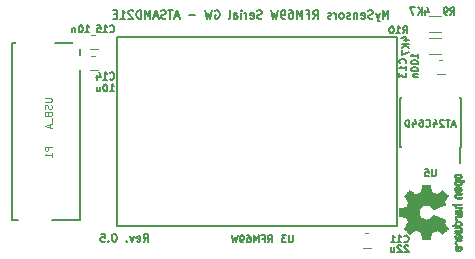
<source format=gbo>
G04 #@! TF.GenerationSoftware,KiCad,Pcbnew,5.1.2-f72e74a~84~ubuntu16.04.1*
G04 #@! TF.CreationDate,2019-05-31T10:16:47+03:00*
G04 #@! TF.ProjectId,serial_gw_ATSAMD21E,73657269-616c-45f6-9777-5f415453414d,rev?*
G04 #@! TF.SameCoordinates,Original*
G04 #@! TF.FileFunction,Legend,Bot*
G04 #@! TF.FilePolarity,Positive*
%FSLAX46Y46*%
G04 Gerber Fmt 4.6, Leading zero omitted, Abs format (unit mm)*
G04 Created by KiCad (PCBNEW 5.1.2-f72e74a~84~ubuntu16.04.1) date 2019-05-31 10:16:47*
%MOMM*%
%LPD*%
G04 APERTURE LIST*
%ADD10C,0.150000*%
%ADD11C,0.010000*%
%ADD12C,0.120000*%
%ADD13C,1.901140*%
%ADD14C,3.399740*%
%ADD15R,1.400000X1.400000*%
%ADD16R,1.600000X1.150000*%
%ADD17R,3.400000X1.600000*%
%ADD18R,1.000000X1.950000*%
%ADD19R,1.600000X1.300000*%
G04 APERTURE END LIST*
D10*
X137033333Y-78616666D02*
X137033333Y-77916666D01*
X136800000Y-78416666D01*
X136566666Y-77916666D01*
X136566666Y-78616666D01*
X136300000Y-78150000D02*
X136133333Y-78616666D01*
X135966666Y-78150000D02*
X136133333Y-78616666D01*
X136200000Y-78783333D01*
X136233333Y-78816666D01*
X136300000Y-78850000D01*
X135733333Y-78583333D02*
X135633333Y-78616666D01*
X135466666Y-78616666D01*
X135400000Y-78583333D01*
X135366666Y-78550000D01*
X135333333Y-78483333D01*
X135333333Y-78416666D01*
X135366666Y-78350000D01*
X135400000Y-78316666D01*
X135466666Y-78283333D01*
X135600000Y-78250000D01*
X135666666Y-78216666D01*
X135700000Y-78183333D01*
X135733333Y-78116666D01*
X135733333Y-78050000D01*
X135700000Y-77983333D01*
X135666666Y-77950000D01*
X135600000Y-77916666D01*
X135433333Y-77916666D01*
X135333333Y-77950000D01*
X134766666Y-78583333D02*
X134833333Y-78616666D01*
X134966666Y-78616666D01*
X135033333Y-78583333D01*
X135066666Y-78516666D01*
X135066666Y-78250000D01*
X135033333Y-78183333D01*
X134966666Y-78150000D01*
X134833333Y-78150000D01*
X134766666Y-78183333D01*
X134733333Y-78250000D01*
X134733333Y-78316666D01*
X135066666Y-78383333D01*
X134433333Y-78150000D02*
X134433333Y-78616666D01*
X134433333Y-78216666D02*
X134400000Y-78183333D01*
X134333333Y-78150000D01*
X134233333Y-78150000D01*
X134166666Y-78183333D01*
X134133333Y-78250000D01*
X134133333Y-78616666D01*
X133833333Y-78583333D02*
X133766666Y-78616666D01*
X133633333Y-78616666D01*
X133566666Y-78583333D01*
X133533333Y-78516666D01*
X133533333Y-78483333D01*
X133566666Y-78416666D01*
X133633333Y-78383333D01*
X133733333Y-78383333D01*
X133800000Y-78350000D01*
X133833333Y-78283333D01*
X133833333Y-78250000D01*
X133800000Y-78183333D01*
X133733333Y-78150000D01*
X133633333Y-78150000D01*
X133566666Y-78183333D01*
X133133333Y-78616666D02*
X133200000Y-78583333D01*
X133233333Y-78550000D01*
X133266666Y-78483333D01*
X133266666Y-78283333D01*
X133233333Y-78216666D01*
X133200000Y-78183333D01*
X133133333Y-78150000D01*
X133033333Y-78150000D01*
X132966666Y-78183333D01*
X132933333Y-78216666D01*
X132900000Y-78283333D01*
X132900000Y-78483333D01*
X132933333Y-78550000D01*
X132966666Y-78583333D01*
X133033333Y-78616666D01*
X133133333Y-78616666D01*
X132600000Y-78616666D02*
X132600000Y-78150000D01*
X132600000Y-78283333D02*
X132566666Y-78216666D01*
X132533333Y-78183333D01*
X132466666Y-78150000D01*
X132400000Y-78150000D01*
X132200000Y-78583333D02*
X132133333Y-78616666D01*
X132000000Y-78616666D01*
X131933333Y-78583333D01*
X131900000Y-78516666D01*
X131900000Y-78483333D01*
X131933333Y-78416666D01*
X132000000Y-78383333D01*
X132100000Y-78383333D01*
X132166666Y-78350000D01*
X132200000Y-78283333D01*
X132200000Y-78250000D01*
X132166666Y-78183333D01*
X132100000Y-78150000D01*
X132000000Y-78150000D01*
X131933333Y-78183333D01*
X130666666Y-78616666D02*
X130900000Y-78283333D01*
X131066666Y-78616666D02*
X131066666Y-77916666D01*
X130800000Y-77916666D01*
X130733333Y-77950000D01*
X130700000Y-77983333D01*
X130666666Y-78050000D01*
X130666666Y-78150000D01*
X130700000Y-78216666D01*
X130733333Y-78250000D01*
X130800000Y-78283333D01*
X131066666Y-78283333D01*
X130133333Y-78250000D02*
X130366666Y-78250000D01*
X130366666Y-78616666D02*
X130366666Y-77916666D01*
X130033333Y-77916666D01*
X129766666Y-78616666D02*
X129766666Y-77916666D01*
X129533333Y-78416666D01*
X129300000Y-77916666D01*
X129300000Y-78616666D01*
X128666666Y-77916666D02*
X128800000Y-77916666D01*
X128866666Y-77950000D01*
X128900000Y-77983333D01*
X128966666Y-78083333D01*
X129000000Y-78216666D01*
X129000000Y-78483333D01*
X128966666Y-78550000D01*
X128933333Y-78583333D01*
X128866666Y-78616666D01*
X128733333Y-78616666D01*
X128666666Y-78583333D01*
X128633333Y-78550000D01*
X128600000Y-78483333D01*
X128600000Y-78316666D01*
X128633333Y-78250000D01*
X128666666Y-78216666D01*
X128733333Y-78183333D01*
X128866666Y-78183333D01*
X128933333Y-78216666D01*
X128966666Y-78250000D01*
X129000000Y-78316666D01*
X128266666Y-78616666D02*
X128133333Y-78616666D01*
X128066666Y-78583333D01*
X128033333Y-78550000D01*
X127966666Y-78450000D01*
X127933333Y-78316666D01*
X127933333Y-78050000D01*
X127966666Y-77983333D01*
X128000000Y-77950000D01*
X128066666Y-77916666D01*
X128200000Y-77916666D01*
X128266666Y-77950000D01*
X128300000Y-77983333D01*
X128333333Y-78050000D01*
X128333333Y-78216666D01*
X128300000Y-78283333D01*
X128266666Y-78316666D01*
X128200000Y-78350000D01*
X128066666Y-78350000D01*
X128000000Y-78316666D01*
X127966666Y-78283333D01*
X127933333Y-78216666D01*
X127700000Y-77916666D02*
X127533333Y-78616666D01*
X127400000Y-78116666D01*
X127266666Y-78616666D01*
X127100000Y-77916666D01*
X126333333Y-78583333D02*
X126233333Y-78616666D01*
X126066666Y-78616666D01*
X126000000Y-78583333D01*
X125966666Y-78550000D01*
X125933333Y-78483333D01*
X125933333Y-78416666D01*
X125966666Y-78350000D01*
X126000000Y-78316666D01*
X126066666Y-78283333D01*
X126200000Y-78250000D01*
X126266666Y-78216666D01*
X126300000Y-78183333D01*
X126333333Y-78116666D01*
X126333333Y-78050000D01*
X126300000Y-77983333D01*
X126266666Y-77950000D01*
X126200000Y-77916666D01*
X126033333Y-77916666D01*
X125933333Y-77950000D01*
X125366666Y-78583333D02*
X125433333Y-78616666D01*
X125566666Y-78616666D01*
X125633333Y-78583333D01*
X125666666Y-78516666D01*
X125666666Y-78250000D01*
X125633333Y-78183333D01*
X125566666Y-78150000D01*
X125433333Y-78150000D01*
X125366666Y-78183333D01*
X125333333Y-78250000D01*
X125333333Y-78316666D01*
X125666666Y-78383333D01*
X125033333Y-78616666D02*
X125033333Y-78150000D01*
X125033333Y-78283333D02*
X125000000Y-78216666D01*
X124966666Y-78183333D01*
X124900000Y-78150000D01*
X124833333Y-78150000D01*
X124600000Y-78616666D02*
X124600000Y-78150000D01*
X124600000Y-77916666D02*
X124633333Y-77950000D01*
X124600000Y-77983333D01*
X124566666Y-77950000D01*
X124600000Y-77916666D01*
X124600000Y-77983333D01*
X123966666Y-78616666D02*
X123966666Y-78250000D01*
X124000000Y-78183333D01*
X124066666Y-78150000D01*
X124200000Y-78150000D01*
X124266666Y-78183333D01*
X123966666Y-78583333D02*
X124033333Y-78616666D01*
X124200000Y-78616666D01*
X124266666Y-78583333D01*
X124300000Y-78516666D01*
X124300000Y-78450000D01*
X124266666Y-78383333D01*
X124200000Y-78350000D01*
X124033333Y-78350000D01*
X123966666Y-78316666D01*
X123533333Y-78616666D02*
X123600000Y-78583333D01*
X123633333Y-78516666D01*
X123633333Y-77916666D01*
X122366666Y-77950000D02*
X122433333Y-77916666D01*
X122533333Y-77916666D01*
X122633333Y-77950000D01*
X122700000Y-78016666D01*
X122733333Y-78083333D01*
X122766666Y-78216666D01*
X122766666Y-78316666D01*
X122733333Y-78450000D01*
X122700000Y-78516666D01*
X122633333Y-78583333D01*
X122533333Y-78616666D01*
X122466666Y-78616666D01*
X122366666Y-78583333D01*
X122333333Y-78550000D01*
X122333333Y-78316666D01*
X122466666Y-78316666D01*
X122100000Y-77916666D02*
X121933333Y-78616666D01*
X121800000Y-78116666D01*
X121666666Y-78616666D01*
X121500000Y-77916666D01*
X120700000Y-78350000D02*
X120166666Y-78350000D01*
X119333333Y-78416666D02*
X119000000Y-78416666D01*
X119400000Y-78616666D02*
X119166666Y-77916666D01*
X118933333Y-78616666D01*
X118800000Y-77916666D02*
X118400000Y-77916666D01*
X118600000Y-78616666D02*
X118600000Y-77916666D01*
X118200000Y-78583333D02*
X118100000Y-78616666D01*
X117933333Y-78616666D01*
X117866666Y-78583333D01*
X117833333Y-78550000D01*
X117800000Y-78483333D01*
X117800000Y-78416666D01*
X117833333Y-78350000D01*
X117866666Y-78316666D01*
X117933333Y-78283333D01*
X118066666Y-78250000D01*
X118133333Y-78216666D01*
X118166666Y-78183333D01*
X118200000Y-78116666D01*
X118200000Y-78050000D01*
X118166666Y-77983333D01*
X118133333Y-77950000D01*
X118066666Y-77916666D01*
X117900000Y-77916666D01*
X117800000Y-77950000D01*
X117533333Y-78416666D02*
X117200000Y-78416666D01*
X117600000Y-78616666D02*
X117366666Y-77916666D01*
X117133333Y-78616666D01*
X116900000Y-78616666D02*
X116900000Y-77916666D01*
X116666666Y-78416666D01*
X116433333Y-77916666D01*
X116433333Y-78616666D01*
X116100000Y-78616666D02*
X116100000Y-77916666D01*
X115933333Y-77916666D01*
X115833333Y-77950000D01*
X115766666Y-78016666D01*
X115733333Y-78083333D01*
X115700000Y-78216666D01*
X115700000Y-78316666D01*
X115733333Y-78450000D01*
X115766666Y-78516666D01*
X115833333Y-78583333D01*
X115933333Y-78616666D01*
X116100000Y-78616666D01*
X115433333Y-77983333D02*
X115400000Y-77950000D01*
X115333333Y-77916666D01*
X115166666Y-77916666D01*
X115100000Y-77950000D01*
X115066666Y-77983333D01*
X115033333Y-78050000D01*
X115033333Y-78116666D01*
X115066666Y-78216666D01*
X115466666Y-78616666D01*
X115033333Y-78616666D01*
X114366666Y-78616666D02*
X114766666Y-78616666D01*
X114566666Y-78616666D02*
X114566666Y-77916666D01*
X114633333Y-78016666D01*
X114700000Y-78083333D01*
X114766666Y-78116666D01*
X114066666Y-78250000D02*
X113833333Y-78250000D01*
X113733333Y-78616666D02*
X114066666Y-78616666D01*
X114066666Y-77916666D01*
X113733333Y-77916666D01*
X116316666Y-97516666D02*
X116550000Y-97183333D01*
X116716666Y-97516666D02*
X116716666Y-96816666D01*
X116450000Y-96816666D01*
X116383333Y-96850000D01*
X116350000Y-96883333D01*
X116316666Y-96950000D01*
X116316666Y-97050000D01*
X116350000Y-97116666D01*
X116383333Y-97150000D01*
X116450000Y-97183333D01*
X116716666Y-97183333D01*
X115750000Y-97483333D02*
X115816666Y-97516666D01*
X115950000Y-97516666D01*
X116016666Y-97483333D01*
X116050000Y-97416666D01*
X116050000Y-97150000D01*
X116016666Y-97083333D01*
X115950000Y-97050000D01*
X115816666Y-97050000D01*
X115750000Y-97083333D01*
X115716666Y-97150000D01*
X115716666Y-97216666D01*
X116050000Y-97283333D01*
X115483333Y-97050000D02*
X115316666Y-97516666D01*
X115150000Y-97050000D01*
X114883333Y-97450000D02*
X114850000Y-97483333D01*
X114883333Y-97516666D01*
X114916666Y-97483333D01*
X114883333Y-97450000D01*
X114883333Y-97516666D01*
X113883333Y-96816666D02*
X113816666Y-96816666D01*
X113750000Y-96850000D01*
X113716666Y-96883333D01*
X113683333Y-96950000D01*
X113650000Y-97083333D01*
X113650000Y-97250000D01*
X113683333Y-97383333D01*
X113716666Y-97450000D01*
X113750000Y-97483333D01*
X113816666Y-97516666D01*
X113883333Y-97516666D01*
X113950000Y-97483333D01*
X113983333Y-97450000D01*
X114016666Y-97383333D01*
X114050000Y-97250000D01*
X114050000Y-97083333D01*
X114016666Y-96950000D01*
X113983333Y-96883333D01*
X113950000Y-96850000D01*
X113883333Y-96816666D01*
X113350000Y-97450000D02*
X113316666Y-97483333D01*
X113350000Y-97516666D01*
X113383333Y-97483333D01*
X113350000Y-97450000D01*
X113350000Y-97516666D01*
X112683333Y-96816666D02*
X113016666Y-96816666D01*
X113050000Y-97150000D01*
X113016666Y-97116666D01*
X112950000Y-97083333D01*
X112783333Y-97083333D01*
X112716666Y-97116666D01*
X112683333Y-97150000D01*
X112650000Y-97216666D01*
X112650000Y-97383333D01*
X112683333Y-97450000D01*
X112716666Y-97483333D01*
X112783333Y-97516666D01*
X112950000Y-97516666D01*
X113016666Y-97483333D01*
X113050000Y-97450000D01*
X105199646Y-80663860D02*
X105502166Y-80663860D01*
X110945120Y-95649860D02*
X110945120Y-80663860D01*
X105200000Y-95649860D02*
X105200000Y-80663860D01*
X108799050Y-80663860D02*
X110945120Y-80663860D01*
X108599471Y-95649860D02*
X110945120Y-95649860D01*
X105200000Y-95649860D02*
X105702507Y-95649860D01*
D11*
G36*
X142619918Y-92599744D02*
G01*
X142647568Y-92655201D01*
X142698480Y-92704148D01*
X142717338Y-92717629D01*
X142742015Y-92732314D01*
X142768816Y-92741842D01*
X142804587Y-92747293D01*
X142856169Y-92749747D01*
X142924267Y-92750286D01*
X143017588Y-92747852D01*
X143087657Y-92739394D01*
X143139931Y-92723174D01*
X143179869Y-92697454D01*
X143212929Y-92660497D01*
X143214886Y-92657782D01*
X143234908Y-92621360D01*
X143244815Y-92577502D01*
X143247257Y-92521724D01*
X143247257Y-92431048D01*
X143335283Y-92431010D01*
X143384308Y-92430166D01*
X143413065Y-92425024D01*
X143430311Y-92411587D01*
X143444808Y-92385858D01*
X143447769Y-92379679D01*
X143461648Y-92350764D01*
X143470414Y-92328376D01*
X143471171Y-92311729D01*
X143461023Y-92300036D01*
X143437073Y-92292510D01*
X143396426Y-92288366D01*
X143336186Y-92286815D01*
X143253455Y-92287071D01*
X143145339Y-92288349D01*
X143113000Y-92288748D01*
X143001524Y-92290185D01*
X142928603Y-92291472D01*
X142928603Y-92430971D01*
X142990499Y-92431755D01*
X143030997Y-92435240D01*
X143057708Y-92443124D01*
X143078244Y-92457105D01*
X143088260Y-92466597D01*
X143117567Y-92505404D01*
X143119952Y-92539763D01*
X143095750Y-92575216D01*
X143094857Y-92576114D01*
X143076153Y-92590539D01*
X143050732Y-92599313D01*
X143011584Y-92603739D01*
X142951697Y-92605118D01*
X142938430Y-92605143D01*
X142855901Y-92601812D01*
X142798691Y-92590969D01*
X142763766Y-92571340D01*
X142748094Y-92541650D01*
X142746514Y-92524491D01*
X142753926Y-92483766D01*
X142778330Y-92455832D01*
X142822980Y-92439017D01*
X142891130Y-92431650D01*
X142928603Y-92430971D01*
X142928603Y-92291472D01*
X142915245Y-92291708D01*
X142850333Y-92293677D01*
X142802958Y-92296450D01*
X142769290Y-92300388D01*
X142745498Y-92305849D01*
X142727753Y-92313192D01*
X142712224Y-92322777D01*
X142706381Y-92326887D01*
X142651185Y-92381405D01*
X142619890Y-92450336D01*
X142611165Y-92530072D01*
X142619918Y-92599744D01*
X142619918Y-92599744D01*
G37*
X142619918Y-92599744D02*
X142647568Y-92655201D01*
X142698480Y-92704148D01*
X142717338Y-92717629D01*
X142742015Y-92732314D01*
X142768816Y-92741842D01*
X142804587Y-92747293D01*
X142856169Y-92749747D01*
X142924267Y-92750286D01*
X143017588Y-92747852D01*
X143087657Y-92739394D01*
X143139931Y-92723174D01*
X143179869Y-92697454D01*
X143212929Y-92660497D01*
X143214886Y-92657782D01*
X143234908Y-92621360D01*
X143244815Y-92577502D01*
X143247257Y-92521724D01*
X143247257Y-92431048D01*
X143335283Y-92431010D01*
X143384308Y-92430166D01*
X143413065Y-92425024D01*
X143430311Y-92411587D01*
X143444808Y-92385858D01*
X143447769Y-92379679D01*
X143461648Y-92350764D01*
X143470414Y-92328376D01*
X143471171Y-92311729D01*
X143461023Y-92300036D01*
X143437073Y-92292510D01*
X143396426Y-92288366D01*
X143336186Y-92286815D01*
X143253455Y-92287071D01*
X143145339Y-92288349D01*
X143113000Y-92288748D01*
X143001524Y-92290185D01*
X142928603Y-92291472D01*
X142928603Y-92430971D01*
X142990499Y-92431755D01*
X143030997Y-92435240D01*
X143057708Y-92443124D01*
X143078244Y-92457105D01*
X143088260Y-92466597D01*
X143117567Y-92505404D01*
X143119952Y-92539763D01*
X143095750Y-92575216D01*
X143094857Y-92576114D01*
X143076153Y-92590539D01*
X143050732Y-92599313D01*
X143011584Y-92603739D01*
X142951697Y-92605118D01*
X142938430Y-92605143D01*
X142855901Y-92601812D01*
X142798691Y-92590969D01*
X142763766Y-92571340D01*
X142748094Y-92541650D01*
X142746514Y-92524491D01*
X142753926Y-92483766D01*
X142778330Y-92455832D01*
X142822980Y-92439017D01*
X142891130Y-92431650D01*
X142928603Y-92430971D01*
X142928603Y-92291472D01*
X142915245Y-92291708D01*
X142850333Y-92293677D01*
X142802958Y-92296450D01*
X142769290Y-92300388D01*
X142745498Y-92305849D01*
X142727753Y-92313192D01*
X142712224Y-92322777D01*
X142706381Y-92326887D01*
X142651185Y-92381405D01*
X142619890Y-92450336D01*
X142611165Y-92530072D01*
X142619918Y-92599744D01*
G36*
X142627780Y-93716093D02*
G01*
X142654723Y-93762672D01*
X142681466Y-93795057D01*
X142709484Y-93818742D01*
X142743748Y-93835059D01*
X142789227Y-93845339D01*
X142850892Y-93850914D01*
X142933711Y-93853116D01*
X142993246Y-93853371D01*
X143212391Y-93853371D01*
X143240044Y-93791686D01*
X143267697Y-93730000D01*
X143027670Y-93722743D01*
X142938028Y-93719744D01*
X142872962Y-93716598D01*
X142828026Y-93712701D01*
X142798770Y-93707447D01*
X142780748Y-93700231D01*
X142769511Y-93690450D01*
X142767079Y-93687312D01*
X142748083Y-93639761D01*
X142755600Y-93591697D01*
X142775543Y-93563086D01*
X142789675Y-93551447D01*
X142808220Y-93543391D01*
X142836334Y-93538271D01*
X142879173Y-93535441D01*
X142941895Y-93534256D01*
X143007261Y-93534057D01*
X143089268Y-93534018D01*
X143147316Y-93532614D01*
X143186465Y-93527914D01*
X143211780Y-93517987D01*
X143228323Y-93500903D01*
X143241156Y-93474732D01*
X143254491Y-93439775D01*
X143269007Y-93401596D01*
X143011389Y-93406141D01*
X142918519Y-93407971D01*
X142849889Y-93410112D01*
X142800711Y-93413181D01*
X142766198Y-93417794D01*
X142741562Y-93424568D01*
X142722016Y-93434119D01*
X142704770Y-93445634D01*
X142649680Y-93501190D01*
X142617822Y-93568980D01*
X142610191Y-93642713D01*
X142627780Y-93716093D01*
X142627780Y-93716093D01*
G37*
X142627780Y-93716093D02*
X142654723Y-93762672D01*
X142681466Y-93795057D01*
X142709484Y-93818742D01*
X142743748Y-93835059D01*
X142789227Y-93845339D01*
X142850892Y-93850914D01*
X142933711Y-93853116D01*
X142993246Y-93853371D01*
X143212391Y-93853371D01*
X143240044Y-93791686D01*
X143267697Y-93730000D01*
X143027670Y-93722743D01*
X142938028Y-93719744D01*
X142872962Y-93716598D01*
X142828026Y-93712701D01*
X142798770Y-93707447D01*
X142780748Y-93700231D01*
X142769511Y-93690450D01*
X142767079Y-93687312D01*
X142748083Y-93639761D01*
X142755600Y-93591697D01*
X142775543Y-93563086D01*
X142789675Y-93551447D01*
X142808220Y-93543391D01*
X142836334Y-93538271D01*
X142879173Y-93535441D01*
X142941895Y-93534256D01*
X143007261Y-93534057D01*
X143089268Y-93534018D01*
X143147316Y-93532614D01*
X143186465Y-93527914D01*
X143211780Y-93517987D01*
X143228323Y-93500903D01*
X143241156Y-93474732D01*
X143254491Y-93439775D01*
X143269007Y-93401596D01*
X143011389Y-93406141D01*
X142918519Y-93407971D01*
X142849889Y-93410112D01*
X142800711Y-93413181D01*
X142766198Y-93417794D01*
X142741562Y-93424568D01*
X142722016Y-93434119D01*
X142704770Y-93445634D01*
X142649680Y-93501190D01*
X142617822Y-93568980D01*
X142610191Y-93642713D01*
X142627780Y-93716093D01*
G36*
X142621962Y-92041115D02*
G01*
X142657733Y-92109145D01*
X142715301Y-92159351D01*
X142752312Y-92177185D01*
X142807882Y-92191063D01*
X142878096Y-92198167D01*
X142954727Y-92198840D01*
X143029552Y-92193427D01*
X143094342Y-92182270D01*
X143140873Y-92165714D01*
X143148887Y-92160626D01*
X143208707Y-92100355D01*
X143244535Y-92028769D01*
X143255020Y-91951092D01*
X143238810Y-91872548D01*
X143229092Y-91850689D01*
X143199143Y-91808122D01*
X143159433Y-91770763D01*
X143154397Y-91767232D01*
X143130124Y-91752881D01*
X143104178Y-91743394D01*
X143070022Y-91737790D01*
X143021119Y-91735086D01*
X142950935Y-91734299D01*
X142935200Y-91734286D01*
X142930192Y-91734322D01*
X142930192Y-91879429D01*
X142996430Y-91880273D01*
X143040386Y-91883596D01*
X143068779Y-91890583D01*
X143088325Y-91902416D01*
X143094857Y-91908457D01*
X143119680Y-91943186D01*
X143118548Y-91976903D01*
X143097016Y-92010995D01*
X143074029Y-92031329D01*
X143040478Y-92043371D01*
X142987569Y-92050134D01*
X142981399Y-92050598D01*
X142885513Y-92051752D01*
X142814299Y-92039688D01*
X142768194Y-92014570D01*
X142747635Y-91976560D01*
X142746514Y-91962992D01*
X142752152Y-91927364D01*
X142771686Y-91902994D01*
X142809042Y-91888093D01*
X142868150Y-91880875D01*
X142930192Y-91879429D01*
X142930192Y-91734322D01*
X142860413Y-91734826D01*
X142808159Y-91737096D01*
X142771949Y-91742068D01*
X142745299Y-91750713D01*
X142721722Y-91764005D01*
X142717338Y-91766943D01*
X142658249Y-91816313D01*
X142623947Y-91870109D01*
X142610331Y-91935602D01*
X142609665Y-91957842D01*
X142621962Y-92041115D01*
X142621962Y-92041115D01*
G37*
X142621962Y-92041115D02*
X142657733Y-92109145D01*
X142715301Y-92159351D01*
X142752312Y-92177185D01*
X142807882Y-92191063D01*
X142878096Y-92198167D01*
X142954727Y-92198840D01*
X143029552Y-92193427D01*
X143094342Y-92182270D01*
X143140873Y-92165714D01*
X143148887Y-92160626D01*
X143208707Y-92100355D01*
X143244535Y-92028769D01*
X143255020Y-91951092D01*
X143238810Y-91872548D01*
X143229092Y-91850689D01*
X143199143Y-91808122D01*
X143159433Y-91770763D01*
X143154397Y-91767232D01*
X143130124Y-91752881D01*
X143104178Y-91743394D01*
X143070022Y-91737790D01*
X143021119Y-91735086D01*
X142950935Y-91734299D01*
X142935200Y-91734286D01*
X142930192Y-91734322D01*
X142930192Y-91879429D01*
X142996430Y-91880273D01*
X143040386Y-91883596D01*
X143068779Y-91890583D01*
X143088325Y-91902416D01*
X143094857Y-91908457D01*
X143119680Y-91943186D01*
X143118548Y-91976903D01*
X143097016Y-92010995D01*
X143074029Y-92031329D01*
X143040478Y-92043371D01*
X142987569Y-92050134D01*
X142981399Y-92050598D01*
X142885513Y-92051752D01*
X142814299Y-92039688D01*
X142768194Y-92014570D01*
X142747635Y-91976560D01*
X142746514Y-91962992D01*
X142752152Y-91927364D01*
X142771686Y-91902994D01*
X142809042Y-91888093D01*
X142868150Y-91880875D01*
X142930192Y-91879429D01*
X142930192Y-91734322D01*
X142860413Y-91734826D01*
X142808159Y-91737096D01*
X142771949Y-91742068D01*
X142745299Y-91750713D01*
X142721722Y-91764005D01*
X142717338Y-91766943D01*
X142658249Y-91816313D01*
X142623947Y-91870109D01*
X142610331Y-91935602D01*
X142609665Y-91957842D01*
X142621962Y-92041115D01*
G36*
X142631239Y-93168303D02*
G01*
X142669735Y-93225527D01*
X142725335Y-93269749D01*
X142796086Y-93296167D01*
X142848162Y-93301510D01*
X142869893Y-93300903D01*
X142886531Y-93295822D01*
X142901437Y-93281855D01*
X142917973Y-93254589D01*
X142939498Y-93209612D01*
X142969374Y-93142511D01*
X142969524Y-93142171D01*
X142997813Y-93080407D01*
X143022933Y-93029759D01*
X143042179Y-92995404D01*
X143052848Y-92982518D01*
X143052934Y-92982514D01*
X143076166Y-92993872D01*
X143101774Y-93020431D01*
X143120221Y-93050923D01*
X143123886Y-93066370D01*
X143111212Y-93108515D01*
X143079471Y-93144808D01*
X143044572Y-93162517D01*
X143018845Y-93179552D01*
X142989546Y-93212922D01*
X142964235Y-93252149D01*
X142950471Y-93286756D01*
X142949714Y-93293993D01*
X142962160Y-93302139D01*
X142993972Y-93302630D01*
X143036866Y-93296643D01*
X143082558Y-93285357D01*
X143122761Y-93269950D01*
X143124322Y-93269171D01*
X143189062Y-93222804D01*
X143233097Y-93162711D01*
X143254711Y-93094465D01*
X143252185Y-93023638D01*
X143223804Y-92955804D01*
X143221808Y-92952788D01*
X143173448Y-92899427D01*
X143110352Y-92864340D01*
X143027387Y-92844922D01*
X143004078Y-92842316D01*
X142894055Y-92837701D01*
X142842748Y-92843233D01*
X142842748Y-92982514D01*
X142874753Y-92984324D01*
X142884093Y-92994222D01*
X142877105Y-93018898D01*
X142860587Y-93057795D01*
X142839881Y-93101275D01*
X142839333Y-93102356D01*
X142819949Y-93139209D01*
X142807013Y-93154000D01*
X142793451Y-93150353D01*
X142775632Y-93134995D01*
X142749845Y-93095923D01*
X142747950Y-93053846D01*
X142766717Y-93016103D01*
X142802915Y-92990034D01*
X142842748Y-92982514D01*
X142842748Y-92843233D01*
X142806027Y-92847194D01*
X142736212Y-92871550D01*
X142687302Y-92905456D01*
X142637878Y-92966653D01*
X142613359Y-93034063D01*
X142611797Y-93102880D01*
X142631239Y-93168303D01*
X142631239Y-93168303D01*
G37*
X142631239Y-93168303D02*
X142669735Y-93225527D01*
X142725335Y-93269749D01*
X142796086Y-93296167D01*
X142848162Y-93301510D01*
X142869893Y-93300903D01*
X142886531Y-93295822D01*
X142901437Y-93281855D01*
X142917973Y-93254589D01*
X142939498Y-93209612D01*
X142969374Y-93142511D01*
X142969524Y-93142171D01*
X142997813Y-93080407D01*
X143022933Y-93029759D01*
X143042179Y-92995404D01*
X143052848Y-92982518D01*
X143052934Y-92982514D01*
X143076166Y-92993872D01*
X143101774Y-93020431D01*
X143120221Y-93050923D01*
X143123886Y-93066370D01*
X143111212Y-93108515D01*
X143079471Y-93144808D01*
X143044572Y-93162517D01*
X143018845Y-93179552D01*
X142989546Y-93212922D01*
X142964235Y-93252149D01*
X142950471Y-93286756D01*
X142949714Y-93293993D01*
X142962160Y-93302139D01*
X142993972Y-93302630D01*
X143036866Y-93296643D01*
X143082558Y-93285357D01*
X143122761Y-93269950D01*
X143124322Y-93269171D01*
X143189062Y-93222804D01*
X143233097Y-93162711D01*
X143254711Y-93094465D01*
X143252185Y-93023638D01*
X143223804Y-92955804D01*
X143221808Y-92952788D01*
X143173448Y-92899427D01*
X143110352Y-92864340D01*
X143027387Y-92844922D01*
X143004078Y-92842316D01*
X142894055Y-92837701D01*
X142842748Y-92843233D01*
X142842748Y-92982514D01*
X142874753Y-92984324D01*
X142884093Y-92994222D01*
X142877105Y-93018898D01*
X142860587Y-93057795D01*
X142839881Y-93101275D01*
X142839333Y-93102356D01*
X142819949Y-93139209D01*
X142807013Y-93154000D01*
X142793451Y-93150353D01*
X142775632Y-93134995D01*
X142749845Y-93095923D01*
X142747950Y-93053846D01*
X142766717Y-93016103D01*
X142802915Y-92990034D01*
X142842748Y-92982514D01*
X142842748Y-92843233D01*
X142806027Y-92847194D01*
X142736212Y-92871550D01*
X142687302Y-92905456D01*
X142637878Y-92966653D01*
X142613359Y-93034063D01*
X142611797Y-93102880D01*
X142631239Y-93168303D01*
G36*
X142551289Y-94375886D02*
G01*
X142610613Y-94380139D01*
X142645572Y-94385025D01*
X142660820Y-94391795D01*
X142661015Y-94401702D01*
X142659195Y-94404914D01*
X142646015Y-94447644D01*
X142646785Y-94503227D01*
X142660333Y-94559737D01*
X142677861Y-94595082D01*
X142705861Y-94631321D01*
X142737549Y-94657813D01*
X142777813Y-94675999D01*
X142831543Y-94687322D01*
X142903626Y-94693222D01*
X142998951Y-94695143D01*
X143017237Y-94695177D01*
X143222646Y-94695200D01*
X143238580Y-94649491D01*
X143249420Y-94617027D01*
X143254468Y-94599215D01*
X143254514Y-94598691D01*
X143240828Y-94596937D01*
X143203076Y-94595444D01*
X143146224Y-94594326D01*
X143075234Y-94593697D01*
X143032073Y-94593600D01*
X142946973Y-94593398D01*
X142885981Y-94592358D01*
X142844177Y-94589831D01*
X142816642Y-94585164D01*
X142798456Y-94577707D01*
X142784698Y-94566811D01*
X142778073Y-94560007D01*
X142751375Y-94513272D01*
X142749375Y-94462272D01*
X142771955Y-94416001D01*
X142780107Y-94407444D01*
X142795436Y-94394893D01*
X142813618Y-94386188D01*
X142839909Y-94380631D01*
X142879562Y-94377526D01*
X142937832Y-94376176D01*
X143018173Y-94375886D01*
X143222646Y-94375886D01*
X143238580Y-94330177D01*
X143249420Y-94297713D01*
X143254468Y-94279901D01*
X143254514Y-94279377D01*
X143240623Y-94278037D01*
X143201439Y-94276828D01*
X143140700Y-94275801D01*
X143062141Y-94275002D01*
X142969498Y-94274481D01*
X142866509Y-94274286D01*
X142469342Y-94274286D01*
X142449444Y-94321457D01*
X142429547Y-94368629D01*
X142551289Y-94375886D01*
X142551289Y-94375886D01*
G37*
X142551289Y-94375886D02*
X142610613Y-94380139D01*
X142645572Y-94385025D01*
X142660820Y-94391795D01*
X142661015Y-94401702D01*
X142659195Y-94404914D01*
X142646015Y-94447644D01*
X142646785Y-94503227D01*
X142660333Y-94559737D01*
X142677861Y-94595082D01*
X142705861Y-94631321D01*
X142737549Y-94657813D01*
X142777813Y-94675999D01*
X142831543Y-94687322D01*
X142903626Y-94693222D01*
X142998951Y-94695143D01*
X143017237Y-94695177D01*
X143222646Y-94695200D01*
X143238580Y-94649491D01*
X143249420Y-94617027D01*
X143254468Y-94599215D01*
X143254514Y-94598691D01*
X143240828Y-94596937D01*
X143203076Y-94595444D01*
X143146224Y-94594326D01*
X143075234Y-94593697D01*
X143032073Y-94593600D01*
X142946973Y-94593398D01*
X142885981Y-94592358D01*
X142844177Y-94589831D01*
X142816642Y-94585164D01*
X142798456Y-94577707D01*
X142784698Y-94566811D01*
X142778073Y-94560007D01*
X142751375Y-94513272D01*
X142749375Y-94462272D01*
X142771955Y-94416001D01*
X142780107Y-94407444D01*
X142795436Y-94394893D01*
X142813618Y-94386188D01*
X142839909Y-94380631D01*
X142879562Y-94377526D01*
X142937832Y-94376176D01*
X143018173Y-94375886D01*
X143222646Y-94375886D01*
X143238580Y-94330177D01*
X143249420Y-94297713D01*
X143254468Y-94279901D01*
X143254514Y-94279377D01*
X143240623Y-94278037D01*
X143201439Y-94276828D01*
X143140700Y-94275801D01*
X143062141Y-94275002D01*
X142969498Y-94274481D01*
X142866509Y-94274286D01*
X142469342Y-94274286D01*
X142449444Y-94321457D01*
X142429547Y-94368629D01*
X142551289Y-94375886D01*
G36*
X142650968Y-95039744D02*
G01*
X142672087Y-95096616D01*
X142672493Y-95097267D01*
X142698380Y-95132440D01*
X142728633Y-95158407D01*
X142768058Y-95176670D01*
X142821462Y-95188732D01*
X142893651Y-95196096D01*
X142989432Y-95200264D01*
X143003078Y-95200629D01*
X143208842Y-95205876D01*
X143231678Y-95161716D01*
X143247110Y-95129763D01*
X143254423Y-95110470D01*
X143254514Y-95109578D01*
X143241022Y-95106239D01*
X143204626Y-95103587D01*
X143151452Y-95101956D01*
X143108393Y-95101600D01*
X143038641Y-95101592D01*
X142994837Y-95098403D01*
X142973944Y-95087288D01*
X142972925Y-95063501D01*
X142988741Y-95022296D01*
X143017815Y-94960086D01*
X143041963Y-94914341D01*
X143062913Y-94890813D01*
X143085747Y-94883896D01*
X143086877Y-94883886D01*
X143126212Y-94895299D01*
X143147462Y-94929092D01*
X143150539Y-94980809D01*
X143150006Y-95018061D01*
X143160735Y-95037703D01*
X143186505Y-95049952D01*
X143219337Y-95057002D01*
X143237966Y-95046842D01*
X143240632Y-95043017D01*
X143251340Y-95007001D01*
X143252856Y-94956566D01*
X143245759Y-94904626D01*
X143232788Y-94867822D01*
X143189585Y-94816938D01*
X143129446Y-94788014D01*
X143082462Y-94782286D01*
X143040082Y-94786657D01*
X143005488Y-94802475D01*
X142974763Y-94833797D01*
X142943990Y-94884678D01*
X142909252Y-94959176D01*
X142907288Y-94963714D01*
X142876287Y-95030821D01*
X142850862Y-95072232D01*
X142828014Y-95089981D01*
X142804745Y-95086107D01*
X142778056Y-95062643D01*
X142771914Y-95055627D01*
X142748100Y-95008630D01*
X142749103Y-94959933D01*
X142772451Y-94917522D01*
X142815675Y-94889384D01*
X142824160Y-94886769D01*
X142865308Y-94861308D01*
X142885128Y-94829001D01*
X142904770Y-94782286D01*
X142853950Y-94782286D01*
X142780082Y-94796496D01*
X142712327Y-94838675D01*
X142689661Y-94860624D01*
X142660569Y-94910517D01*
X142647400Y-94973967D01*
X142650968Y-95039744D01*
X142650968Y-95039744D01*
G37*
X142650968Y-95039744D02*
X142672087Y-95096616D01*
X142672493Y-95097267D01*
X142698380Y-95132440D01*
X142728633Y-95158407D01*
X142768058Y-95176670D01*
X142821462Y-95188732D01*
X142893651Y-95196096D01*
X142989432Y-95200264D01*
X143003078Y-95200629D01*
X143208842Y-95205876D01*
X143231678Y-95161716D01*
X143247110Y-95129763D01*
X143254423Y-95110470D01*
X143254514Y-95109578D01*
X143241022Y-95106239D01*
X143204626Y-95103587D01*
X143151452Y-95101956D01*
X143108393Y-95101600D01*
X143038641Y-95101592D01*
X142994837Y-95098403D01*
X142973944Y-95087288D01*
X142972925Y-95063501D01*
X142988741Y-95022296D01*
X143017815Y-94960086D01*
X143041963Y-94914341D01*
X143062913Y-94890813D01*
X143085747Y-94883896D01*
X143086877Y-94883886D01*
X143126212Y-94895299D01*
X143147462Y-94929092D01*
X143150539Y-94980809D01*
X143150006Y-95018061D01*
X143160735Y-95037703D01*
X143186505Y-95049952D01*
X143219337Y-95057002D01*
X143237966Y-95046842D01*
X143240632Y-95043017D01*
X143251340Y-95007001D01*
X143252856Y-94956566D01*
X143245759Y-94904626D01*
X143232788Y-94867822D01*
X143189585Y-94816938D01*
X143129446Y-94788014D01*
X143082462Y-94782286D01*
X143040082Y-94786657D01*
X143005488Y-94802475D01*
X142974763Y-94833797D01*
X142943990Y-94884678D01*
X142909252Y-94959176D01*
X142907288Y-94963714D01*
X142876287Y-95030821D01*
X142850862Y-95072232D01*
X142828014Y-95089981D01*
X142804745Y-95086107D01*
X142778056Y-95062643D01*
X142771914Y-95055627D01*
X142748100Y-95008630D01*
X142749103Y-94959933D01*
X142772451Y-94917522D01*
X142815675Y-94889384D01*
X142824160Y-94886769D01*
X142865308Y-94861308D01*
X142885128Y-94829001D01*
X142904770Y-94782286D01*
X142853950Y-94782286D01*
X142780082Y-94796496D01*
X142712327Y-94838675D01*
X142689661Y-94860624D01*
X142660569Y-94910517D01*
X142647400Y-94973967D01*
X142650968Y-95039744D01*
G36*
X142649755Y-95529926D02*
G01*
X142674084Y-95595858D01*
X142717117Y-95649273D01*
X142747409Y-95670164D01*
X142802994Y-95692939D01*
X142843186Y-95692466D01*
X142870217Y-95668562D01*
X142874813Y-95659717D01*
X142889144Y-95621530D01*
X142885472Y-95602028D01*
X142861407Y-95595422D01*
X142848114Y-95595086D01*
X142799210Y-95582992D01*
X142764999Y-95551471D01*
X142748476Y-95507659D01*
X142752634Y-95458695D01*
X142774227Y-95418894D01*
X142786544Y-95405450D01*
X142801487Y-95395921D01*
X142824075Y-95389485D01*
X142859328Y-95385317D01*
X142912266Y-95382597D01*
X142987907Y-95380502D01*
X143011857Y-95379960D01*
X143093790Y-95377981D01*
X143151455Y-95375731D01*
X143189608Y-95372357D01*
X143213004Y-95367006D01*
X143226398Y-95358824D01*
X143234545Y-95346959D01*
X143238144Y-95339362D01*
X143250452Y-95307102D01*
X143254514Y-95288111D01*
X143240948Y-95281836D01*
X143199934Y-95278006D01*
X143130999Y-95276600D01*
X143033669Y-95277598D01*
X143018657Y-95277908D01*
X142929859Y-95280101D01*
X142865019Y-95282693D01*
X142819067Y-95286382D01*
X142786935Y-95291864D01*
X142763553Y-95299835D01*
X142743852Y-95310993D01*
X142735410Y-95316830D01*
X142698057Y-95350296D01*
X142669003Y-95387727D01*
X142666467Y-95392309D01*
X142646443Y-95459426D01*
X142649755Y-95529926D01*
X142649755Y-95529926D01*
G37*
X142649755Y-95529926D02*
X142674084Y-95595858D01*
X142717117Y-95649273D01*
X142747409Y-95670164D01*
X142802994Y-95692939D01*
X142843186Y-95692466D01*
X142870217Y-95668562D01*
X142874813Y-95659717D01*
X142889144Y-95621530D01*
X142885472Y-95602028D01*
X142861407Y-95595422D01*
X142848114Y-95595086D01*
X142799210Y-95582992D01*
X142764999Y-95551471D01*
X142748476Y-95507659D01*
X142752634Y-95458695D01*
X142774227Y-95418894D01*
X142786544Y-95405450D01*
X142801487Y-95395921D01*
X142824075Y-95389485D01*
X142859328Y-95385317D01*
X142912266Y-95382597D01*
X142987907Y-95380502D01*
X143011857Y-95379960D01*
X143093790Y-95377981D01*
X143151455Y-95375731D01*
X143189608Y-95372357D01*
X143213004Y-95367006D01*
X143226398Y-95358824D01*
X143234545Y-95346959D01*
X143238144Y-95339362D01*
X143250452Y-95307102D01*
X143254514Y-95288111D01*
X143240948Y-95281836D01*
X143199934Y-95278006D01*
X143130999Y-95276600D01*
X143033669Y-95277598D01*
X143018657Y-95277908D01*
X142929859Y-95280101D01*
X142865019Y-95282693D01*
X142819067Y-95286382D01*
X142786935Y-95291864D01*
X142763553Y-95299835D01*
X142743852Y-95310993D01*
X142735410Y-95316830D01*
X142698057Y-95350296D01*
X142669003Y-95387727D01*
X142666467Y-95392309D01*
X142646443Y-95459426D01*
X142649755Y-95529926D01*
G36*
X142765358Y-96190117D02*
G01*
X142873837Y-96189933D01*
X142957287Y-96189219D01*
X143019704Y-96187675D01*
X143065085Y-96185001D01*
X143097429Y-96180894D01*
X143120733Y-96175055D01*
X143138995Y-96167182D01*
X143149418Y-96161221D01*
X143205945Y-96111855D01*
X143241377Y-96049264D01*
X143254090Y-95980013D01*
X143242463Y-95910668D01*
X143221568Y-95869375D01*
X143185422Y-95826025D01*
X143141276Y-95796481D01*
X143083462Y-95778655D01*
X143006313Y-95770463D01*
X142949714Y-95769302D01*
X142945647Y-95769458D01*
X142945647Y-95870857D01*
X143010550Y-95871476D01*
X143053514Y-95874314D01*
X143081622Y-95880840D01*
X143101953Y-95892523D01*
X143117288Y-95906483D01*
X143146890Y-95953365D01*
X143149419Y-96003701D01*
X143124705Y-96051276D01*
X143121356Y-96054979D01*
X143103935Y-96070783D01*
X143083209Y-96080693D01*
X143052362Y-96086058D01*
X143004577Y-96088228D01*
X142951748Y-96088571D01*
X142885381Y-96087827D01*
X142841106Y-96084748D01*
X142812009Y-96078061D01*
X142791173Y-96066496D01*
X142780107Y-96057013D01*
X142752198Y-96012960D01*
X142748843Y-95962224D01*
X142770159Y-95913796D01*
X142778073Y-95904450D01*
X142795647Y-95888540D01*
X142816587Y-95878610D01*
X142847782Y-95873278D01*
X142896122Y-95871163D01*
X142945647Y-95870857D01*
X142945647Y-95769458D01*
X142858568Y-95772810D01*
X142790086Y-95784726D01*
X142738600Y-95807135D01*
X142698443Y-95842124D01*
X142677861Y-95869375D01*
X142655625Y-95918907D01*
X142645304Y-95976316D01*
X142648067Y-96029682D01*
X142659212Y-96059543D01*
X142662383Y-96071261D01*
X142650557Y-96079037D01*
X142618866Y-96084465D01*
X142570593Y-96088571D01*
X142516829Y-96093067D01*
X142484482Y-96099313D01*
X142465985Y-96110676D01*
X142453770Y-96130528D01*
X142448362Y-96143000D01*
X142428601Y-96190171D01*
X142765358Y-96190117D01*
X142765358Y-96190117D01*
G37*
X142765358Y-96190117D02*
X142873837Y-96189933D01*
X142957287Y-96189219D01*
X143019704Y-96187675D01*
X143065085Y-96185001D01*
X143097429Y-96180894D01*
X143120733Y-96175055D01*
X143138995Y-96167182D01*
X143149418Y-96161221D01*
X143205945Y-96111855D01*
X143241377Y-96049264D01*
X143254090Y-95980013D01*
X143242463Y-95910668D01*
X143221568Y-95869375D01*
X143185422Y-95826025D01*
X143141276Y-95796481D01*
X143083462Y-95778655D01*
X143006313Y-95770463D01*
X142949714Y-95769302D01*
X142945647Y-95769458D01*
X142945647Y-95870857D01*
X143010550Y-95871476D01*
X143053514Y-95874314D01*
X143081622Y-95880840D01*
X143101953Y-95892523D01*
X143117288Y-95906483D01*
X143146890Y-95953365D01*
X143149419Y-96003701D01*
X143124705Y-96051276D01*
X143121356Y-96054979D01*
X143103935Y-96070783D01*
X143083209Y-96080693D01*
X143052362Y-96086058D01*
X143004577Y-96088228D01*
X142951748Y-96088571D01*
X142885381Y-96087827D01*
X142841106Y-96084748D01*
X142812009Y-96078061D01*
X142791173Y-96066496D01*
X142780107Y-96057013D01*
X142752198Y-96012960D01*
X142748843Y-95962224D01*
X142770159Y-95913796D01*
X142778073Y-95904450D01*
X142795647Y-95888540D01*
X142816587Y-95878610D01*
X142847782Y-95873278D01*
X142896122Y-95871163D01*
X142945647Y-95870857D01*
X142945647Y-95769458D01*
X142858568Y-95772810D01*
X142790086Y-95784726D01*
X142738600Y-95807135D01*
X142698443Y-95842124D01*
X142677861Y-95869375D01*
X142655625Y-95918907D01*
X142645304Y-95976316D01*
X142648067Y-96029682D01*
X142659212Y-96059543D01*
X142662383Y-96071261D01*
X142650557Y-96079037D01*
X142618866Y-96084465D01*
X142570593Y-96088571D01*
X142516829Y-96093067D01*
X142484482Y-96099313D01*
X142465985Y-96110676D01*
X142453770Y-96130528D01*
X142448362Y-96143000D01*
X142428601Y-96190171D01*
X142765358Y-96190117D01*
G36*
X142658663Y-96779833D02*
G01*
X142696850Y-96782048D01*
X142754886Y-96783784D01*
X142828180Y-96784899D01*
X142905055Y-96785257D01*
X143165196Y-96785257D01*
X143211127Y-96739326D01*
X143239429Y-96707675D01*
X143250893Y-96679890D01*
X143250168Y-96641915D01*
X143248321Y-96626840D01*
X143242948Y-96579726D01*
X143239869Y-96540756D01*
X143239585Y-96531257D01*
X143241445Y-96499233D01*
X143246114Y-96453432D01*
X143248321Y-96435674D01*
X143251735Y-96392057D01*
X143244320Y-96362745D01*
X143221427Y-96333680D01*
X143211127Y-96323188D01*
X143165196Y-96277257D01*
X142678602Y-96277257D01*
X142661758Y-96314226D01*
X142649282Y-96346059D01*
X142644914Y-96364683D01*
X142658718Y-96369458D01*
X142697286Y-96373921D01*
X142756356Y-96377775D01*
X142831663Y-96380722D01*
X142895286Y-96382143D01*
X143145657Y-96386114D01*
X143150556Y-96420759D01*
X143147131Y-96452268D01*
X143136041Y-96467708D01*
X143115308Y-96472023D01*
X143071145Y-96475708D01*
X143009146Y-96478469D01*
X142934909Y-96480012D01*
X142896706Y-96480235D01*
X142676783Y-96480457D01*
X142660849Y-96526166D01*
X142650015Y-96558518D01*
X142644962Y-96576115D01*
X142644914Y-96576623D01*
X142658648Y-96578388D01*
X142696730Y-96580329D01*
X142754482Y-96582282D01*
X142827227Y-96584084D01*
X142895286Y-96585343D01*
X143145657Y-96589314D01*
X143145657Y-96676400D01*
X142917240Y-96680396D01*
X142688822Y-96684392D01*
X142666868Y-96726847D01*
X142651793Y-96758192D01*
X142644951Y-96776744D01*
X142644914Y-96777279D01*
X142658663Y-96779833D01*
X142658663Y-96779833D01*
G37*
X142658663Y-96779833D02*
X142696850Y-96782048D01*
X142754886Y-96783784D01*
X142828180Y-96784899D01*
X142905055Y-96785257D01*
X143165196Y-96785257D01*
X143211127Y-96739326D01*
X143239429Y-96707675D01*
X143250893Y-96679890D01*
X143250168Y-96641915D01*
X143248321Y-96626840D01*
X143242948Y-96579726D01*
X143239869Y-96540756D01*
X143239585Y-96531257D01*
X143241445Y-96499233D01*
X143246114Y-96453432D01*
X143248321Y-96435674D01*
X143251735Y-96392057D01*
X143244320Y-96362745D01*
X143221427Y-96333680D01*
X143211127Y-96323188D01*
X143165196Y-96277257D01*
X142678602Y-96277257D01*
X142661758Y-96314226D01*
X142649282Y-96346059D01*
X142644914Y-96364683D01*
X142658718Y-96369458D01*
X142697286Y-96373921D01*
X142756356Y-96377775D01*
X142831663Y-96380722D01*
X142895286Y-96382143D01*
X143145657Y-96386114D01*
X143150556Y-96420759D01*
X143147131Y-96452268D01*
X143136041Y-96467708D01*
X143115308Y-96472023D01*
X143071145Y-96475708D01*
X143009146Y-96478469D01*
X142934909Y-96480012D01*
X142896706Y-96480235D01*
X142676783Y-96480457D01*
X142660849Y-96526166D01*
X142650015Y-96558518D01*
X142644962Y-96576115D01*
X142644914Y-96576623D01*
X142658648Y-96578388D01*
X142696730Y-96580329D01*
X142754482Y-96582282D01*
X142827227Y-96584084D01*
X142895286Y-96585343D01*
X143145657Y-96589314D01*
X143145657Y-96676400D01*
X142917240Y-96680396D01*
X142688822Y-96684392D01*
X142666868Y-96726847D01*
X142651793Y-96758192D01*
X142644951Y-96776744D01*
X142644914Y-96777279D01*
X142658663Y-96779833D01*
G36*
X142656335Y-97144876D02*
G01*
X142675344Y-97186667D01*
X142698378Y-97219469D01*
X142724133Y-97243503D01*
X142757358Y-97260097D01*
X142802800Y-97270577D01*
X142865207Y-97276271D01*
X142949327Y-97278507D01*
X143004721Y-97278743D01*
X143220826Y-97278743D01*
X143237670Y-97241774D01*
X143249981Y-97212656D01*
X143254514Y-97198231D01*
X143241025Y-97195472D01*
X143204653Y-97193282D01*
X143151542Y-97191942D01*
X143109372Y-97191657D01*
X143048447Y-97190434D01*
X143000115Y-97187136D01*
X142970518Y-97182321D01*
X142964229Y-97178496D01*
X142970652Y-97152783D01*
X142987125Y-97112418D01*
X143009458Y-97065679D01*
X143033457Y-97020845D01*
X143054930Y-96986193D01*
X143069685Y-96970002D01*
X143069845Y-96969938D01*
X143097152Y-96971330D01*
X143123219Y-96983818D01*
X143144392Y-97005743D01*
X143151474Y-97037743D01*
X143150649Y-97065092D01*
X143150042Y-97103826D01*
X143159116Y-97124158D01*
X143183092Y-97136369D01*
X143187613Y-97137909D01*
X143221806Y-97143203D01*
X143242568Y-97129047D01*
X143252462Y-97092148D01*
X143254292Y-97052289D01*
X143240727Y-96980562D01*
X143221355Y-96943432D01*
X143175845Y-96897576D01*
X143119983Y-96873256D01*
X143060957Y-96871073D01*
X143005953Y-96891629D01*
X142971486Y-96922549D01*
X142952189Y-96953420D01*
X142927759Y-97001942D01*
X142902985Y-97058485D01*
X142899199Y-97067910D01*
X142871791Y-97130019D01*
X142847634Y-97165822D01*
X142823619Y-97177337D01*
X142796635Y-97166580D01*
X142775543Y-97148114D01*
X142749572Y-97104469D01*
X142747624Y-97056446D01*
X142767637Y-97012406D01*
X142807551Y-96980709D01*
X142817848Y-96976549D01*
X142855724Y-96952327D01*
X142883842Y-96916965D01*
X142906917Y-96872343D01*
X142841485Y-96872343D01*
X142801506Y-96874969D01*
X142769997Y-96886230D01*
X142736378Y-96911199D01*
X142710484Y-96935169D01*
X142673817Y-96972441D01*
X142654121Y-97001401D01*
X142646220Y-97032505D01*
X142644914Y-97067713D01*
X142656335Y-97144876D01*
X142656335Y-97144876D01*
G37*
X142656335Y-97144876D02*
X142675344Y-97186667D01*
X142698378Y-97219469D01*
X142724133Y-97243503D01*
X142757358Y-97260097D01*
X142802800Y-97270577D01*
X142865207Y-97276271D01*
X142949327Y-97278507D01*
X143004721Y-97278743D01*
X143220826Y-97278743D01*
X143237670Y-97241774D01*
X143249981Y-97212656D01*
X143254514Y-97198231D01*
X143241025Y-97195472D01*
X143204653Y-97193282D01*
X143151542Y-97191942D01*
X143109372Y-97191657D01*
X143048447Y-97190434D01*
X143000115Y-97187136D01*
X142970518Y-97182321D01*
X142964229Y-97178496D01*
X142970652Y-97152783D01*
X142987125Y-97112418D01*
X143009458Y-97065679D01*
X143033457Y-97020845D01*
X143054930Y-96986193D01*
X143069685Y-96970002D01*
X143069845Y-96969938D01*
X143097152Y-96971330D01*
X143123219Y-96983818D01*
X143144392Y-97005743D01*
X143151474Y-97037743D01*
X143150649Y-97065092D01*
X143150042Y-97103826D01*
X143159116Y-97124158D01*
X143183092Y-97136369D01*
X143187613Y-97137909D01*
X143221806Y-97143203D01*
X143242568Y-97129047D01*
X143252462Y-97092148D01*
X143254292Y-97052289D01*
X143240727Y-96980562D01*
X143221355Y-96943432D01*
X143175845Y-96897576D01*
X143119983Y-96873256D01*
X143060957Y-96871073D01*
X143005953Y-96891629D01*
X142971486Y-96922549D01*
X142952189Y-96953420D01*
X142927759Y-97001942D01*
X142902985Y-97058485D01*
X142899199Y-97067910D01*
X142871791Y-97130019D01*
X142847634Y-97165822D01*
X142823619Y-97177337D01*
X142796635Y-97166580D01*
X142775543Y-97148114D01*
X142749572Y-97104469D01*
X142747624Y-97056446D01*
X142767637Y-97012406D01*
X142807551Y-96980709D01*
X142817848Y-96976549D01*
X142855724Y-96952327D01*
X142883842Y-96916965D01*
X142906917Y-96872343D01*
X142841485Y-96872343D01*
X142801506Y-96874969D01*
X142769997Y-96886230D01*
X142736378Y-96911199D01*
X142710484Y-96935169D01*
X142673817Y-96972441D01*
X142654121Y-97001401D01*
X142646220Y-97032505D01*
X142644914Y-97067713D01*
X142656335Y-97144876D01*
G36*
X142658752Y-97652600D02*
G01*
X142666334Y-97669948D01*
X142699128Y-97711356D01*
X142746547Y-97746765D01*
X142797151Y-97768664D01*
X142822098Y-97772229D01*
X142856927Y-97760279D01*
X142875357Y-97734067D01*
X142886516Y-97705964D01*
X142888572Y-97693095D01*
X142873649Y-97686829D01*
X142841175Y-97674456D01*
X142826502Y-97669028D01*
X142775744Y-97638590D01*
X142750427Y-97594520D01*
X142751206Y-97538010D01*
X142752203Y-97533825D01*
X142766507Y-97503655D01*
X142794393Y-97481476D01*
X142839287Y-97466327D01*
X142904615Y-97457250D01*
X142993804Y-97453286D01*
X143041261Y-97452914D01*
X143116071Y-97452730D01*
X143167069Y-97451522D01*
X143199471Y-97448309D01*
X143218495Y-97442109D01*
X143229356Y-97431940D01*
X143237272Y-97416819D01*
X143237670Y-97415946D01*
X143249981Y-97386828D01*
X143254514Y-97372403D01*
X143240809Y-97370186D01*
X143202925Y-97368289D01*
X143145715Y-97366847D01*
X143074027Y-97365998D01*
X143021565Y-97365829D01*
X142920047Y-97366692D01*
X142843032Y-97370070D01*
X142786023Y-97377142D01*
X142744526Y-97389088D01*
X142714043Y-97407090D01*
X142690080Y-97432327D01*
X142673355Y-97457247D01*
X142651097Y-97517171D01*
X142646076Y-97586911D01*
X142658752Y-97652600D01*
X142658752Y-97652600D01*
G37*
X142658752Y-97652600D02*
X142666334Y-97669948D01*
X142699128Y-97711356D01*
X142746547Y-97746765D01*
X142797151Y-97768664D01*
X142822098Y-97772229D01*
X142856927Y-97760279D01*
X142875357Y-97734067D01*
X142886516Y-97705964D01*
X142888572Y-97693095D01*
X142873649Y-97686829D01*
X142841175Y-97674456D01*
X142826502Y-97669028D01*
X142775744Y-97638590D01*
X142750427Y-97594520D01*
X142751206Y-97538010D01*
X142752203Y-97533825D01*
X142766507Y-97503655D01*
X142794393Y-97481476D01*
X142839287Y-97466327D01*
X142904615Y-97457250D01*
X142993804Y-97453286D01*
X143041261Y-97452914D01*
X143116071Y-97452730D01*
X143167069Y-97451522D01*
X143199471Y-97448309D01*
X143218495Y-97442109D01*
X143229356Y-97431940D01*
X143237272Y-97416819D01*
X143237670Y-97415946D01*
X143249981Y-97386828D01*
X143254514Y-97372403D01*
X143240809Y-97370186D01*
X143202925Y-97368289D01*
X143145715Y-97366847D01*
X143074027Y-97365998D01*
X143021565Y-97365829D01*
X142920047Y-97366692D01*
X142843032Y-97370070D01*
X142786023Y-97377142D01*
X142744526Y-97389088D01*
X142714043Y-97407090D01*
X142690080Y-97432327D01*
X142673355Y-97457247D01*
X142651097Y-97517171D01*
X142646076Y-97586911D01*
X142658752Y-97652600D01*
G36*
X142666966Y-98153595D02*
G01*
X142704497Y-98211021D01*
X142738096Y-98238719D01*
X142799064Y-98260662D01*
X142847308Y-98262405D01*
X142911816Y-98258457D01*
X142976934Y-98109686D01*
X143010202Y-98037349D01*
X143036964Y-97990084D01*
X143060144Y-97965507D01*
X143082667Y-97961237D01*
X143107455Y-97974889D01*
X143123886Y-97989943D01*
X143150235Y-98033746D01*
X143152081Y-98081389D01*
X143131546Y-98125145D01*
X143090752Y-98157289D01*
X143076347Y-98163038D01*
X143031356Y-98190576D01*
X143012182Y-98222258D01*
X142995779Y-98265714D01*
X143057966Y-98265714D01*
X143100283Y-98261872D01*
X143135969Y-98246823D01*
X143176943Y-98215280D01*
X143182267Y-98210592D01*
X143218720Y-98175506D01*
X143238283Y-98145347D01*
X143247283Y-98107615D01*
X143250230Y-98076335D01*
X143250965Y-98020385D01*
X143241660Y-97980555D01*
X143227846Y-97955708D01*
X143197467Y-97916656D01*
X143164613Y-97889625D01*
X143123294Y-97872517D01*
X143067521Y-97863238D01*
X142991305Y-97859693D01*
X142952622Y-97859410D01*
X142906247Y-97860372D01*
X142906247Y-97948007D01*
X142931126Y-97949023D01*
X142935200Y-97951556D01*
X142929665Y-97968274D01*
X142915017Y-98004249D01*
X142894190Y-98052331D01*
X142889714Y-98062386D01*
X142858814Y-98123152D01*
X142831657Y-98156632D01*
X142806220Y-98163990D01*
X142780481Y-98146391D01*
X142769109Y-98131856D01*
X142746364Y-98079410D01*
X142750122Y-98030322D01*
X142777884Y-97989227D01*
X142827152Y-97960758D01*
X142866257Y-97951631D01*
X142906247Y-97948007D01*
X142906247Y-97860372D01*
X142862249Y-97861285D01*
X142795384Y-97868196D01*
X142746695Y-97881884D01*
X142710849Y-97904096D01*
X142682513Y-97936574D01*
X142673355Y-97950733D01*
X142649507Y-98015053D01*
X142648006Y-98085473D01*
X142666966Y-98153595D01*
X142666966Y-98153595D01*
G37*
X142666966Y-98153595D02*
X142704497Y-98211021D01*
X142738096Y-98238719D01*
X142799064Y-98260662D01*
X142847308Y-98262405D01*
X142911816Y-98258457D01*
X142976934Y-98109686D01*
X143010202Y-98037349D01*
X143036964Y-97990084D01*
X143060144Y-97965507D01*
X143082667Y-97961237D01*
X143107455Y-97974889D01*
X143123886Y-97989943D01*
X143150235Y-98033746D01*
X143152081Y-98081389D01*
X143131546Y-98125145D01*
X143090752Y-98157289D01*
X143076347Y-98163038D01*
X143031356Y-98190576D01*
X143012182Y-98222258D01*
X142995779Y-98265714D01*
X143057966Y-98265714D01*
X143100283Y-98261872D01*
X143135969Y-98246823D01*
X143176943Y-98215280D01*
X143182267Y-98210592D01*
X143218720Y-98175506D01*
X143238283Y-98145347D01*
X143247283Y-98107615D01*
X143250230Y-98076335D01*
X143250965Y-98020385D01*
X143241660Y-97980555D01*
X143227846Y-97955708D01*
X143197467Y-97916656D01*
X143164613Y-97889625D01*
X143123294Y-97872517D01*
X143067521Y-97863238D01*
X142991305Y-97859693D01*
X142952622Y-97859410D01*
X142906247Y-97860372D01*
X142906247Y-97948007D01*
X142931126Y-97949023D01*
X142935200Y-97951556D01*
X142929665Y-97968274D01*
X142915017Y-98004249D01*
X142894190Y-98052331D01*
X142889714Y-98062386D01*
X142858814Y-98123152D01*
X142831657Y-98156632D01*
X142806220Y-98163990D01*
X142780481Y-98146391D01*
X142769109Y-98131856D01*
X142746364Y-98079410D01*
X142750122Y-98030322D01*
X142777884Y-97989227D01*
X142827152Y-97960758D01*
X142866257Y-97951631D01*
X142906247Y-97948007D01*
X142906247Y-97860372D01*
X142862249Y-97861285D01*
X142795384Y-97868196D01*
X142746695Y-97881884D01*
X142710849Y-97904096D01*
X142682513Y-97936574D01*
X142673355Y-97950733D01*
X142649507Y-98015053D01*
X142648006Y-98085473D01*
X142666966Y-98153595D01*
G36*
X137942348Y-95103910D02*
G01*
X137942778Y-95182454D01*
X137943942Y-95239298D01*
X137946207Y-95278105D01*
X137949940Y-95302538D01*
X137955506Y-95316262D01*
X137963273Y-95322940D01*
X137973605Y-95326236D01*
X137974943Y-95326556D01*
X137999079Y-95331562D01*
X138046701Y-95340829D01*
X138112741Y-95353392D01*
X138192128Y-95368287D01*
X138279796Y-95384551D01*
X138282875Y-95385119D01*
X138368789Y-95401410D01*
X138444696Y-95416652D01*
X138506045Y-95429861D01*
X138548282Y-95440054D01*
X138566855Y-95446248D01*
X138567184Y-95446543D01*
X138576253Y-95464788D01*
X138591367Y-95502405D01*
X138609262Y-95551271D01*
X138609358Y-95551543D01*
X138632493Y-95613093D01*
X138661965Y-95685657D01*
X138691597Y-95754057D01*
X138693062Y-95757294D01*
X138743626Y-95868702D01*
X138575160Y-96115399D01*
X138523803Y-96191077D01*
X138477889Y-96259631D01*
X138440030Y-96317088D01*
X138412837Y-96359476D01*
X138398921Y-96382825D01*
X138397889Y-96385042D01*
X138402484Y-96402010D01*
X138424655Y-96433701D01*
X138465447Y-96481352D01*
X138525905Y-96546198D01*
X138590227Y-96612397D01*
X138653612Y-96676214D01*
X138711451Y-96733329D01*
X138760175Y-96780305D01*
X138796210Y-96813703D01*
X138815984Y-96830085D01*
X138817002Y-96830694D01*
X138830572Y-96832505D01*
X138852733Y-96825683D01*
X138886478Y-96808540D01*
X138934800Y-96779393D01*
X139000692Y-96736555D01*
X139085517Y-96679448D01*
X139160177Y-96628766D01*
X139227140Y-96583461D01*
X139282516Y-96546150D01*
X139322420Y-96519452D01*
X139342962Y-96505985D01*
X139344356Y-96505137D01*
X139364038Y-96506781D01*
X139402293Y-96519245D01*
X139451889Y-96540048D01*
X139467728Y-96547462D01*
X139538290Y-96579814D01*
X139618353Y-96614328D01*
X139687629Y-96642365D01*
X139739045Y-96662568D01*
X139778119Y-96678615D01*
X139798541Y-96687888D01*
X139800114Y-96689041D01*
X139802721Y-96706096D01*
X139809863Y-96746298D01*
X139820523Y-96804302D01*
X139833685Y-96874763D01*
X139848333Y-96952335D01*
X139863449Y-97031672D01*
X139878018Y-97107431D01*
X139891022Y-97174264D01*
X139901445Y-97226828D01*
X139908270Y-97259776D01*
X139910199Y-97267857D01*
X139914962Y-97276205D01*
X139925718Y-97282506D01*
X139946098Y-97287045D01*
X139979734Y-97290104D01*
X140030255Y-97291967D01*
X140101292Y-97292918D01*
X140196476Y-97293240D01*
X140235492Y-97293257D01*
X140552799Y-97293257D01*
X140567839Y-97217057D01*
X140575995Y-97174663D01*
X140587899Y-97111400D01*
X140602116Y-97034962D01*
X140617210Y-96953043D01*
X140621355Y-96930400D01*
X140636053Y-96854806D01*
X140650505Y-96788953D01*
X140663375Y-96738366D01*
X140673322Y-96708574D01*
X140676287Y-96703612D01*
X140697283Y-96691426D01*
X140737967Y-96673953D01*
X140790322Y-96654577D01*
X140801600Y-96650734D01*
X140871523Y-96625339D01*
X140950418Y-96593817D01*
X141021266Y-96562969D01*
X141021595Y-96562817D01*
X141132733Y-96511447D01*
X141381253Y-96680399D01*
X141629772Y-96849352D01*
X141847058Y-96632429D01*
X141911726Y-96566819D01*
X141968733Y-96506979D01*
X142015033Y-96456267D01*
X142047584Y-96418046D01*
X142063343Y-96395675D01*
X142064343Y-96392466D01*
X142056469Y-96373626D01*
X142034578Y-96335180D01*
X142001267Y-96281330D01*
X141959131Y-96216276D01*
X141911943Y-96145940D01*
X141863810Y-96074555D01*
X141821928Y-96010908D01*
X141788871Y-95959041D01*
X141767218Y-95922995D01*
X141759543Y-95906867D01*
X141766037Y-95887189D01*
X141783150Y-95849875D01*
X141807326Y-95802621D01*
X141810013Y-95797612D01*
X141841927Y-95733977D01*
X141857579Y-95690341D01*
X141857745Y-95663202D01*
X141843204Y-95649057D01*
X141843000Y-95648975D01*
X141825779Y-95641905D01*
X141784899Y-95625042D01*
X141723525Y-95599695D01*
X141644819Y-95567171D01*
X141551947Y-95528778D01*
X141448072Y-95485822D01*
X141347502Y-95444222D01*
X141236516Y-95398504D01*
X141133703Y-95356526D01*
X141042215Y-95319548D01*
X140965201Y-95288827D01*
X140905815Y-95265622D01*
X140867209Y-95251190D01*
X140852800Y-95246743D01*
X140836272Y-95257896D01*
X140809930Y-95287069D01*
X140780887Y-95325971D01*
X140689039Y-95436757D01*
X140583759Y-95523351D01*
X140467266Y-95584716D01*
X140341776Y-95619815D01*
X140209507Y-95627608D01*
X140148457Y-95621943D01*
X140021795Y-95591078D01*
X139909941Y-95537920D01*
X139814001Y-95465767D01*
X139735076Y-95377917D01*
X139674270Y-95277665D01*
X139632687Y-95168310D01*
X139611428Y-95053147D01*
X139611599Y-94935475D01*
X139634301Y-94818590D01*
X139680638Y-94705789D01*
X139751713Y-94600369D01*
X139791911Y-94556368D01*
X139895129Y-94471979D01*
X140007925Y-94413222D01*
X140127010Y-94379704D01*
X140249095Y-94371035D01*
X140370893Y-94386823D01*
X140489116Y-94426678D01*
X140600475Y-94490207D01*
X140701684Y-94577021D01*
X140780887Y-94674029D01*
X140811162Y-94714437D01*
X140837219Y-94742982D01*
X140852825Y-94753257D01*
X140869843Y-94747877D01*
X140910500Y-94732575D01*
X140971642Y-94708612D01*
X141050119Y-94677244D01*
X141142780Y-94639732D01*
X141246472Y-94597333D01*
X141347526Y-94555663D01*
X141458607Y-94509690D01*
X141561541Y-94467107D01*
X141653165Y-94429221D01*
X141730316Y-94397340D01*
X141789831Y-94372771D01*
X141828544Y-94356820D01*
X141843000Y-94350910D01*
X141857685Y-94336948D01*
X141857642Y-94309940D01*
X141842099Y-94266413D01*
X141810284Y-94202890D01*
X141810013Y-94202388D01*
X141785323Y-94154560D01*
X141767338Y-94115897D01*
X141759614Y-94094095D01*
X141759543Y-94093133D01*
X141767378Y-94076721D01*
X141789165Y-94040487D01*
X141822328Y-93988474D01*
X141864291Y-93924725D01*
X141911943Y-93854060D01*
X141960191Y-93782116D01*
X142002151Y-93717274D01*
X142035227Y-93663735D01*
X142056821Y-93625697D01*
X142064343Y-93607533D01*
X142054457Y-93590808D01*
X142026826Y-93557180D01*
X141984495Y-93510010D01*
X141930505Y-93452658D01*
X141867899Y-93388484D01*
X141846983Y-93367497D01*
X141629623Y-93150499D01*
X141387220Y-93315668D01*
X141312781Y-93365864D01*
X141245972Y-93409919D01*
X141190665Y-93445362D01*
X141150729Y-93469719D01*
X141130036Y-93480522D01*
X141128563Y-93480838D01*
X141109058Y-93475143D01*
X141069822Y-93459826D01*
X141017430Y-93437537D01*
X140982355Y-93421893D01*
X140915201Y-93392641D01*
X140847358Y-93365094D01*
X140790034Y-93343737D01*
X140772572Y-93337935D01*
X140725938Y-93321452D01*
X140689905Y-93305340D01*
X140676287Y-93296490D01*
X140667952Y-93276960D01*
X140656137Y-93234334D01*
X140642181Y-93174145D01*
X140627422Y-93101922D01*
X140621355Y-93069600D01*
X140606273Y-92987522D01*
X140591669Y-92908795D01*
X140578980Y-92841109D01*
X140569642Y-92792160D01*
X140567839Y-92782943D01*
X140552799Y-92706743D01*
X140235492Y-92706743D01*
X140131154Y-92706914D01*
X140052213Y-92707616D01*
X139995038Y-92709134D01*
X139955999Y-92711749D01*
X139931465Y-92715746D01*
X139917805Y-92721409D01*
X139911389Y-92729020D01*
X139910199Y-92732143D01*
X139905980Y-92750978D01*
X139897562Y-92792588D01*
X139885961Y-92851630D01*
X139872195Y-92922757D01*
X139857280Y-93000625D01*
X139842232Y-93079887D01*
X139828069Y-93155198D01*
X139815806Y-93221213D01*
X139806461Y-93272587D01*
X139801050Y-93303975D01*
X139800114Y-93310959D01*
X139787596Y-93317285D01*
X139754246Y-93331290D01*
X139706377Y-93350355D01*
X139687629Y-93357634D01*
X139615195Y-93386996D01*
X139535170Y-93421571D01*
X139467728Y-93452537D01*
X139416159Y-93475323D01*
X139373785Y-93490482D01*
X139347834Y-93495542D01*
X139344356Y-93494736D01*
X139327936Y-93484041D01*
X139291417Y-93459620D01*
X139238687Y-93424095D01*
X139173635Y-93380087D01*
X139100151Y-93330217D01*
X139085645Y-93320356D01*
X138999704Y-93262492D01*
X138934261Y-93219956D01*
X138886304Y-93191054D01*
X138852820Y-93174090D01*
X138830795Y-93167367D01*
X138817217Y-93169190D01*
X138817131Y-93169236D01*
X138799297Y-93183586D01*
X138764817Y-93215323D01*
X138717268Y-93261010D01*
X138660222Y-93317204D01*
X138597255Y-93380468D01*
X138590227Y-93387602D01*
X138513020Y-93467330D01*
X138456330Y-93528857D01*
X138419110Y-93573421D01*
X138400315Y-93602257D01*
X138397889Y-93614958D01*
X138408471Y-93633494D01*
X138432916Y-93671961D01*
X138468612Y-93726386D01*
X138512947Y-93792798D01*
X138563311Y-93867225D01*
X138575160Y-93884601D01*
X138743626Y-94131297D01*
X138693062Y-94242706D01*
X138663595Y-94310457D01*
X138633959Y-94383183D01*
X138610330Y-94445703D01*
X138609358Y-94448457D01*
X138591457Y-94497360D01*
X138576320Y-94535057D01*
X138567210Y-94553425D01*
X138567184Y-94553456D01*
X138550717Y-94559285D01*
X138510219Y-94569192D01*
X138450242Y-94582195D01*
X138375340Y-94597309D01*
X138290064Y-94613552D01*
X138282875Y-94614881D01*
X138195014Y-94631175D01*
X138115260Y-94646133D01*
X138048681Y-94658791D01*
X138000347Y-94668186D01*
X137975325Y-94673354D01*
X137974943Y-94673444D01*
X137964299Y-94676589D01*
X137956262Y-94682704D01*
X137950467Y-94695453D01*
X137946547Y-94718500D01*
X137944135Y-94755509D01*
X137942865Y-94810144D01*
X137942371Y-94886067D01*
X137942286Y-94986944D01*
X137942286Y-95000000D01*
X137942348Y-95103910D01*
X137942348Y-95103910D01*
G37*
X137942348Y-95103910D02*
X137942778Y-95182454D01*
X137943942Y-95239298D01*
X137946207Y-95278105D01*
X137949940Y-95302538D01*
X137955506Y-95316262D01*
X137963273Y-95322940D01*
X137973605Y-95326236D01*
X137974943Y-95326556D01*
X137999079Y-95331562D01*
X138046701Y-95340829D01*
X138112741Y-95353392D01*
X138192128Y-95368287D01*
X138279796Y-95384551D01*
X138282875Y-95385119D01*
X138368789Y-95401410D01*
X138444696Y-95416652D01*
X138506045Y-95429861D01*
X138548282Y-95440054D01*
X138566855Y-95446248D01*
X138567184Y-95446543D01*
X138576253Y-95464788D01*
X138591367Y-95502405D01*
X138609262Y-95551271D01*
X138609358Y-95551543D01*
X138632493Y-95613093D01*
X138661965Y-95685657D01*
X138691597Y-95754057D01*
X138693062Y-95757294D01*
X138743626Y-95868702D01*
X138575160Y-96115399D01*
X138523803Y-96191077D01*
X138477889Y-96259631D01*
X138440030Y-96317088D01*
X138412837Y-96359476D01*
X138398921Y-96382825D01*
X138397889Y-96385042D01*
X138402484Y-96402010D01*
X138424655Y-96433701D01*
X138465447Y-96481352D01*
X138525905Y-96546198D01*
X138590227Y-96612397D01*
X138653612Y-96676214D01*
X138711451Y-96733329D01*
X138760175Y-96780305D01*
X138796210Y-96813703D01*
X138815984Y-96830085D01*
X138817002Y-96830694D01*
X138830572Y-96832505D01*
X138852733Y-96825683D01*
X138886478Y-96808540D01*
X138934800Y-96779393D01*
X139000692Y-96736555D01*
X139085517Y-96679448D01*
X139160177Y-96628766D01*
X139227140Y-96583461D01*
X139282516Y-96546150D01*
X139322420Y-96519452D01*
X139342962Y-96505985D01*
X139344356Y-96505137D01*
X139364038Y-96506781D01*
X139402293Y-96519245D01*
X139451889Y-96540048D01*
X139467728Y-96547462D01*
X139538290Y-96579814D01*
X139618353Y-96614328D01*
X139687629Y-96642365D01*
X139739045Y-96662568D01*
X139778119Y-96678615D01*
X139798541Y-96687888D01*
X139800114Y-96689041D01*
X139802721Y-96706096D01*
X139809863Y-96746298D01*
X139820523Y-96804302D01*
X139833685Y-96874763D01*
X139848333Y-96952335D01*
X139863449Y-97031672D01*
X139878018Y-97107431D01*
X139891022Y-97174264D01*
X139901445Y-97226828D01*
X139908270Y-97259776D01*
X139910199Y-97267857D01*
X139914962Y-97276205D01*
X139925718Y-97282506D01*
X139946098Y-97287045D01*
X139979734Y-97290104D01*
X140030255Y-97291967D01*
X140101292Y-97292918D01*
X140196476Y-97293240D01*
X140235492Y-97293257D01*
X140552799Y-97293257D01*
X140567839Y-97217057D01*
X140575995Y-97174663D01*
X140587899Y-97111400D01*
X140602116Y-97034962D01*
X140617210Y-96953043D01*
X140621355Y-96930400D01*
X140636053Y-96854806D01*
X140650505Y-96788953D01*
X140663375Y-96738366D01*
X140673322Y-96708574D01*
X140676287Y-96703612D01*
X140697283Y-96691426D01*
X140737967Y-96673953D01*
X140790322Y-96654577D01*
X140801600Y-96650734D01*
X140871523Y-96625339D01*
X140950418Y-96593817D01*
X141021266Y-96562969D01*
X141021595Y-96562817D01*
X141132733Y-96511447D01*
X141381253Y-96680399D01*
X141629772Y-96849352D01*
X141847058Y-96632429D01*
X141911726Y-96566819D01*
X141968733Y-96506979D01*
X142015033Y-96456267D01*
X142047584Y-96418046D01*
X142063343Y-96395675D01*
X142064343Y-96392466D01*
X142056469Y-96373626D01*
X142034578Y-96335180D01*
X142001267Y-96281330D01*
X141959131Y-96216276D01*
X141911943Y-96145940D01*
X141863810Y-96074555D01*
X141821928Y-96010908D01*
X141788871Y-95959041D01*
X141767218Y-95922995D01*
X141759543Y-95906867D01*
X141766037Y-95887189D01*
X141783150Y-95849875D01*
X141807326Y-95802621D01*
X141810013Y-95797612D01*
X141841927Y-95733977D01*
X141857579Y-95690341D01*
X141857745Y-95663202D01*
X141843204Y-95649057D01*
X141843000Y-95648975D01*
X141825779Y-95641905D01*
X141784899Y-95625042D01*
X141723525Y-95599695D01*
X141644819Y-95567171D01*
X141551947Y-95528778D01*
X141448072Y-95485822D01*
X141347502Y-95444222D01*
X141236516Y-95398504D01*
X141133703Y-95356526D01*
X141042215Y-95319548D01*
X140965201Y-95288827D01*
X140905815Y-95265622D01*
X140867209Y-95251190D01*
X140852800Y-95246743D01*
X140836272Y-95257896D01*
X140809930Y-95287069D01*
X140780887Y-95325971D01*
X140689039Y-95436757D01*
X140583759Y-95523351D01*
X140467266Y-95584716D01*
X140341776Y-95619815D01*
X140209507Y-95627608D01*
X140148457Y-95621943D01*
X140021795Y-95591078D01*
X139909941Y-95537920D01*
X139814001Y-95465767D01*
X139735076Y-95377917D01*
X139674270Y-95277665D01*
X139632687Y-95168310D01*
X139611428Y-95053147D01*
X139611599Y-94935475D01*
X139634301Y-94818590D01*
X139680638Y-94705789D01*
X139751713Y-94600369D01*
X139791911Y-94556368D01*
X139895129Y-94471979D01*
X140007925Y-94413222D01*
X140127010Y-94379704D01*
X140249095Y-94371035D01*
X140370893Y-94386823D01*
X140489116Y-94426678D01*
X140600475Y-94490207D01*
X140701684Y-94577021D01*
X140780887Y-94674029D01*
X140811162Y-94714437D01*
X140837219Y-94742982D01*
X140852825Y-94753257D01*
X140869843Y-94747877D01*
X140910500Y-94732575D01*
X140971642Y-94708612D01*
X141050119Y-94677244D01*
X141142780Y-94639732D01*
X141246472Y-94597333D01*
X141347526Y-94555663D01*
X141458607Y-94509690D01*
X141561541Y-94467107D01*
X141653165Y-94429221D01*
X141730316Y-94397340D01*
X141789831Y-94372771D01*
X141828544Y-94356820D01*
X141843000Y-94350910D01*
X141857685Y-94336948D01*
X141857642Y-94309940D01*
X141842099Y-94266413D01*
X141810284Y-94202890D01*
X141810013Y-94202388D01*
X141785323Y-94154560D01*
X141767338Y-94115897D01*
X141759614Y-94094095D01*
X141759543Y-94093133D01*
X141767378Y-94076721D01*
X141789165Y-94040487D01*
X141822328Y-93988474D01*
X141864291Y-93924725D01*
X141911943Y-93854060D01*
X141960191Y-93782116D01*
X142002151Y-93717274D01*
X142035227Y-93663735D01*
X142056821Y-93625697D01*
X142064343Y-93607533D01*
X142054457Y-93590808D01*
X142026826Y-93557180D01*
X141984495Y-93510010D01*
X141930505Y-93452658D01*
X141867899Y-93388484D01*
X141846983Y-93367497D01*
X141629623Y-93150499D01*
X141387220Y-93315668D01*
X141312781Y-93365864D01*
X141245972Y-93409919D01*
X141190665Y-93445362D01*
X141150729Y-93469719D01*
X141130036Y-93480522D01*
X141128563Y-93480838D01*
X141109058Y-93475143D01*
X141069822Y-93459826D01*
X141017430Y-93437537D01*
X140982355Y-93421893D01*
X140915201Y-93392641D01*
X140847358Y-93365094D01*
X140790034Y-93343737D01*
X140772572Y-93337935D01*
X140725938Y-93321452D01*
X140689905Y-93305340D01*
X140676287Y-93296490D01*
X140667952Y-93276960D01*
X140656137Y-93234334D01*
X140642181Y-93174145D01*
X140627422Y-93101922D01*
X140621355Y-93069600D01*
X140606273Y-92987522D01*
X140591669Y-92908795D01*
X140578980Y-92841109D01*
X140569642Y-92792160D01*
X140567839Y-92782943D01*
X140552799Y-92706743D01*
X140235492Y-92706743D01*
X140131154Y-92706914D01*
X140052213Y-92707616D01*
X139995038Y-92709134D01*
X139955999Y-92711749D01*
X139931465Y-92715746D01*
X139917805Y-92721409D01*
X139911389Y-92729020D01*
X139910199Y-92732143D01*
X139905980Y-92750978D01*
X139897562Y-92792588D01*
X139885961Y-92851630D01*
X139872195Y-92922757D01*
X139857280Y-93000625D01*
X139842232Y-93079887D01*
X139828069Y-93155198D01*
X139815806Y-93221213D01*
X139806461Y-93272587D01*
X139801050Y-93303975D01*
X139800114Y-93310959D01*
X139787596Y-93317285D01*
X139754246Y-93331290D01*
X139706377Y-93350355D01*
X139687629Y-93357634D01*
X139615195Y-93386996D01*
X139535170Y-93421571D01*
X139467728Y-93452537D01*
X139416159Y-93475323D01*
X139373785Y-93490482D01*
X139347834Y-93495542D01*
X139344356Y-93494736D01*
X139327936Y-93484041D01*
X139291417Y-93459620D01*
X139238687Y-93424095D01*
X139173635Y-93380087D01*
X139100151Y-93330217D01*
X139085645Y-93320356D01*
X138999704Y-93262492D01*
X138934261Y-93219956D01*
X138886304Y-93191054D01*
X138852820Y-93174090D01*
X138830795Y-93167367D01*
X138817217Y-93169190D01*
X138817131Y-93169236D01*
X138799297Y-93183586D01*
X138764817Y-93215323D01*
X138717268Y-93261010D01*
X138660222Y-93317204D01*
X138597255Y-93380468D01*
X138590227Y-93387602D01*
X138513020Y-93467330D01*
X138456330Y-93528857D01*
X138419110Y-93573421D01*
X138400315Y-93602257D01*
X138397889Y-93614958D01*
X138408471Y-93633494D01*
X138432916Y-93671961D01*
X138468612Y-93726386D01*
X138512947Y-93792798D01*
X138563311Y-93867225D01*
X138575160Y-93884601D01*
X138743626Y-94131297D01*
X138693062Y-94242706D01*
X138663595Y-94310457D01*
X138633959Y-94383183D01*
X138610330Y-94445703D01*
X138609358Y-94448457D01*
X138591457Y-94497360D01*
X138576320Y-94535057D01*
X138567210Y-94553425D01*
X138567184Y-94553456D01*
X138550717Y-94559285D01*
X138510219Y-94569192D01*
X138450242Y-94582195D01*
X138375340Y-94597309D01*
X138290064Y-94613552D01*
X138282875Y-94614881D01*
X138195014Y-94631175D01*
X138115260Y-94646133D01*
X138048681Y-94658791D01*
X138000347Y-94668186D01*
X137975325Y-94673354D01*
X137974943Y-94673444D01*
X137964299Y-94676589D01*
X137956262Y-94682704D01*
X137950467Y-94695453D01*
X137946547Y-94718500D01*
X137944135Y-94755509D01*
X137942865Y-94810144D01*
X137942371Y-94886067D01*
X137942286Y-94986944D01*
X137942286Y-95000000D01*
X137942348Y-95103910D01*
D12*
X134900000Y-98000000D02*
X135600000Y-98000000D01*
X135600000Y-96800000D02*
X134900000Y-96800000D01*
D10*
X137800000Y-80200000D02*
X114100000Y-80200000D01*
X114100000Y-80200000D02*
X114100000Y-96200000D01*
X114100000Y-96200000D02*
X137800000Y-96200000D01*
X137800000Y-96200000D02*
X137800000Y-80200000D01*
D12*
X141150000Y-83300000D02*
X141850000Y-83300000D01*
X141850000Y-82100000D02*
X141150000Y-82100000D01*
D10*
X143125000Y-89475000D02*
X143125000Y-90875000D01*
X138025000Y-89475000D02*
X138025000Y-85325000D01*
X143175000Y-89475000D02*
X143175000Y-85325000D01*
X138025000Y-89475000D02*
X138170000Y-89475000D01*
X138025000Y-85325000D02*
X138170000Y-85325000D01*
X143175000Y-85325000D02*
X143030000Y-85325000D01*
X143175000Y-89475000D02*
X143125000Y-89475000D01*
D12*
X112450000Y-81800000D02*
X111750000Y-81800000D01*
X111750000Y-83000000D02*
X112450000Y-83000000D01*
X112450000Y-80000000D02*
X111750000Y-80000000D01*
X111750000Y-81200000D02*
X112450000Y-81200000D01*
X140500000Y-79780000D02*
X141500000Y-79780000D01*
X141500000Y-78420000D02*
X140500000Y-78420000D01*
X140500000Y-81580000D02*
X141500000Y-81580000D01*
X141500000Y-80220000D02*
X140500000Y-80220000D01*
X108542548Y-89446002D02*
X107942548Y-89446002D01*
X107942548Y-89674574D01*
X107971120Y-89731717D01*
X107999691Y-89760288D01*
X108056834Y-89788860D01*
X108142548Y-89788860D01*
X108199691Y-89760288D01*
X108228262Y-89731717D01*
X108256834Y-89674574D01*
X108256834Y-89446002D01*
X108542548Y-90360288D02*
X108542548Y-90017431D01*
X108542548Y-90188860D02*
X107942548Y-90188860D01*
X108028262Y-90131717D01*
X108085405Y-90074574D01*
X108113977Y-90017431D01*
X107942548Y-85344002D02*
X108428262Y-85344002D01*
X108485405Y-85372574D01*
X108513977Y-85401145D01*
X108542548Y-85458288D01*
X108542548Y-85572574D01*
X108513977Y-85629717D01*
X108485405Y-85658288D01*
X108428262Y-85686860D01*
X107942548Y-85686860D01*
X108513977Y-85944002D02*
X108542548Y-86029717D01*
X108542548Y-86172574D01*
X108513977Y-86229717D01*
X108485405Y-86258288D01*
X108428262Y-86286860D01*
X108371120Y-86286860D01*
X108313977Y-86258288D01*
X108285405Y-86229717D01*
X108256834Y-86172574D01*
X108228262Y-86058288D01*
X108199691Y-86001145D01*
X108171120Y-85972574D01*
X108113977Y-85944002D01*
X108056834Y-85944002D01*
X107999691Y-85972574D01*
X107971120Y-86001145D01*
X107942548Y-86058288D01*
X107942548Y-86201145D01*
X107971120Y-86286860D01*
X108228262Y-86744002D02*
X108256834Y-86829717D01*
X108285405Y-86858288D01*
X108342548Y-86886860D01*
X108428262Y-86886860D01*
X108485405Y-86858288D01*
X108513977Y-86829717D01*
X108542548Y-86772574D01*
X108542548Y-86544002D01*
X107942548Y-86544002D01*
X107942548Y-86744002D01*
X107971120Y-86801145D01*
X107999691Y-86829717D01*
X108056834Y-86858288D01*
X108113977Y-86858288D01*
X108171120Y-86829717D01*
X108199691Y-86801145D01*
X108228262Y-86744002D01*
X108228262Y-86544002D01*
X108599691Y-87001145D02*
X108599691Y-87458288D01*
X108371120Y-87572574D02*
X108371120Y-87858288D01*
X108542548Y-87515431D02*
X107942548Y-87715431D01*
X108542548Y-87915431D01*
D10*
X138385714Y-97514285D02*
X138414285Y-97542857D01*
X138500000Y-97571428D01*
X138557142Y-97571428D01*
X138642857Y-97542857D01*
X138700000Y-97485714D01*
X138728571Y-97428571D01*
X138757142Y-97314285D01*
X138757142Y-97228571D01*
X138728571Y-97114285D01*
X138700000Y-97057142D01*
X138642857Y-97000000D01*
X138557142Y-96971428D01*
X138500000Y-96971428D01*
X138414285Y-97000000D01*
X138385714Y-97028571D01*
X137814285Y-97571428D02*
X138157142Y-97571428D01*
X137985714Y-97571428D02*
X137985714Y-96971428D01*
X138042857Y-97057142D01*
X138100000Y-97114285D01*
X138157142Y-97142857D01*
X137242857Y-97571428D02*
X137585714Y-97571428D01*
X137414285Y-97571428D02*
X137414285Y-96971428D01*
X137471428Y-97057142D01*
X137528571Y-97114285D01*
X137585714Y-97142857D01*
X138728571Y-97828571D02*
X138700000Y-97800000D01*
X138642857Y-97771428D01*
X138500000Y-97771428D01*
X138442857Y-97800000D01*
X138414285Y-97828571D01*
X138385714Y-97885714D01*
X138385714Y-97942857D01*
X138414285Y-98028571D01*
X138757142Y-98371428D01*
X138385714Y-98371428D01*
X138157142Y-97828571D02*
X138128571Y-97800000D01*
X138071428Y-97771428D01*
X137928571Y-97771428D01*
X137871428Y-97800000D01*
X137842857Y-97828571D01*
X137814285Y-97885714D01*
X137814285Y-97942857D01*
X137842857Y-98028571D01*
X138185714Y-98371428D01*
X137814285Y-98371428D01*
X137300000Y-97971428D02*
X137300000Y-98371428D01*
X137557142Y-97971428D02*
X137557142Y-98285714D01*
X137528571Y-98342857D01*
X137471428Y-98371428D01*
X137385714Y-98371428D01*
X137328571Y-98342857D01*
X137300000Y-98314285D01*
X128957142Y-96971428D02*
X128957142Y-97457142D01*
X128928571Y-97514285D01*
X128900000Y-97542857D01*
X128842857Y-97571428D01*
X128728571Y-97571428D01*
X128671428Y-97542857D01*
X128642857Y-97514285D01*
X128614285Y-97457142D01*
X128614285Y-96971428D01*
X128385714Y-96971428D02*
X128014285Y-96971428D01*
X128214285Y-97200000D01*
X128128571Y-97200000D01*
X128071428Y-97228571D01*
X128042857Y-97257142D01*
X128014285Y-97314285D01*
X128014285Y-97457142D01*
X128042857Y-97514285D01*
X128071428Y-97542857D01*
X128128571Y-97571428D01*
X128300000Y-97571428D01*
X128357142Y-97542857D01*
X128385714Y-97514285D01*
X126828571Y-97571428D02*
X127028571Y-97285714D01*
X127171428Y-97571428D02*
X127171428Y-96971428D01*
X126942857Y-96971428D01*
X126885714Y-97000000D01*
X126857142Y-97028571D01*
X126828571Y-97085714D01*
X126828571Y-97171428D01*
X126857142Y-97228571D01*
X126885714Y-97257142D01*
X126942857Y-97285714D01*
X127171428Y-97285714D01*
X126371428Y-97257142D02*
X126571428Y-97257142D01*
X126571428Y-97571428D02*
X126571428Y-96971428D01*
X126285714Y-96971428D01*
X126057142Y-97571428D02*
X126057142Y-96971428D01*
X125857142Y-97400000D01*
X125657142Y-96971428D01*
X125657142Y-97571428D01*
X125114285Y-96971428D02*
X125228571Y-96971428D01*
X125285714Y-97000000D01*
X125314285Y-97028571D01*
X125371428Y-97114285D01*
X125400000Y-97228571D01*
X125400000Y-97457142D01*
X125371428Y-97514285D01*
X125342857Y-97542857D01*
X125285714Y-97571428D01*
X125171428Y-97571428D01*
X125114285Y-97542857D01*
X125085714Y-97514285D01*
X125057142Y-97457142D01*
X125057142Y-97314285D01*
X125085714Y-97257142D01*
X125114285Y-97228571D01*
X125171428Y-97200000D01*
X125285714Y-97200000D01*
X125342857Y-97228571D01*
X125371428Y-97257142D01*
X125400000Y-97314285D01*
X124771428Y-97571428D02*
X124657142Y-97571428D01*
X124600000Y-97542857D01*
X124571428Y-97514285D01*
X124514285Y-97428571D01*
X124485714Y-97314285D01*
X124485714Y-97085714D01*
X124514285Y-97028571D01*
X124542857Y-97000000D01*
X124600000Y-96971428D01*
X124714285Y-96971428D01*
X124771428Y-97000000D01*
X124800000Y-97028571D01*
X124828571Y-97085714D01*
X124828571Y-97228571D01*
X124800000Y-97285714D01*
X124771428Y-97314285D01*
X124714285Y-97342857D01*
X124600000Y-97342857D01*
X124542857Y-97314285D01*
X124514285Y-97285714D01*
X124485714Y-97228571D01*
X124285714Y-96971428D02*
X124142857Y-97571428D01*
X124028571Y-97142857D01*
X123914285Y-97571428D01*
X123771428Y-96971428D01*
X138514285Y-82414285D02*
X138542857Y-82385714D01*
X138571428Y-82300000D01*
X138571428Y-82242857D01*
X138542857Y-82157142D01*
X138485714Y-82100000D01*
X138428571Y-82071428D01*
X138314285Y-82042857D01*
X138228571Y-82042857D01*
X138114285Y-82071428D01*
X138057142Y-82100000D01*
X138000000Y-82157142D01*
X137971428Y-82242857D01*
X137971428Y-82300000D01*
X138000000Y-82385714D01*
X138028571Y-82414285D01*
X138571428Y-82985714D02*
X138571428Y-82642857D01*
X138571428Y-82814285D02*
X137971428Y-82814285D01*
X138057142Y-82757142D01*
X138114285Y-82700000D01*
X138142857Y-82642857D01*
X137971428Y-83185714D02*
X137971428Y-83557142D01*
X138200000Y-83357142D01*
X138200000Y-83442857D01*
X138228571Y-83500000D01*
X138257142Y-83528571D01*
X138314285Y-83557142D01*
X138457142Y-83557142D01*
X138514285Y-83528571D01*
X138542857Y-83500000D01*
X138571428Y-83442857D01*
X138571428Y-83271428D01*
X138542857Y-83214285D01*
X138514285Y-83185714D01*
X139571428Y-81928571D02*
X139571428Y-81585714D01*
X139571428Y-81757142D02*
X138971428Y-81757142D01*
X139057142Y-81700000D01*
X139114285Y-81642857D01*
X139142857Y-81585714D01*
X138971428Y-82300000D02*
X138971428Y-82357142D01*
X139000000Y-82414285D01*
X139028571Y-82442857D01*
X139085714Y-82471428D01*
X139200000Y-82500000D01*
X139342857Y-82500000D01*
X139457142Y-82471428D01*
X139514285Y-82442857D01*
X139542857Y-82414285D01*
X139571428Y-82357142D01*
X139571428Y-82300000D01*
X139542857Y-82242857D01*
X139514285Y-82214285D01*
X139457142Y-82185714D01*
X139342857Y-82157142D01*
X139200000Y-82157142D01*
X139085714Y-82185714D01*
X139028571Y-82214285D01*
X139000000Y-82242857D01*
X138971428Y-82300000D01*
X138971428Y-82871428D02*
X138971428Y-82928571D01*
X139000000Y-82985714D01*
X139028571Y-83014285D01*
X139085714Y-83042857D01*
X139200000Y-83071428D01*
X139342857Y-83071428D01*
X139457142Y-83042857D01*
X139514285Y-83014285D01*
X139542857Y-82985714D01*
X139571428Y-82928571D01*
X139571428Y-82871428D01*
X139542857Y-82814285D01*
X139514285Y-82785714D01*
X139457142Y-82757142D01*
X139342857Y-82728571D01*
X139200000Y-82728571D01*
X139085714Y-82757142D01*
X139028571Y-82785714D01*
X139000000Y-82814285D01*
X138971428Y-82871428D01*
X139171428Y-83328571D02*
X139571428Y-83328571D01*
X139228571Y-83328571D02*
X139200000Y-83357142D01*
X139171428Y-83414285D01*
X139171428Y-83500000D01*
X139200000Y-83557142D01*
X139257142Y-83585714D01*
X139571428Y-83585714D01*
X141057142Y-91371428D02*
X141057142Y-91857142D01*
X141028571Y-91914285D01*
X141000000Y-91942857D01*
X140942857Y-91971428D01*
X140828571Y-91971428D01*
X140771428Y-91942857D01*
X140742857Y-91914285D01*
X140714285Y-91857142D01*
X140714285Y-91371428D01*
X140142857Y-91371428D02*
X140428571Y-91371428D01*
X140457142Y-91657142D01*
X140428571Y-91628571D01*
X140371428Y-91600000D01*
X140228571Y-91600000D01*
X140171428Y-91628571D01*
X140142857Y-91657142D01*
X140114285Y-91714285D01*
X140114285Y-91857142D01*
X140142857Y-91914285D01*
X140171428Y-91942857D01*
X140228571Y-91971428D01*
X140371428Y-91971428D01*
X140428571Y-91942857D01*
X140457142Y-91914285D01*
X142714285Y-87600000D02*
X142428571Y-87600000D01*
X142771428Y-87771428D02*
X142571428Y-87171428D01*
X142371428Y-87771428D01*
X142257142Y-87171428D02*
X141914285Y-87171428D01*
X142085714Y-87771428D02*
X142085714Y-87171428D01*
X141742857Y-87228571D02*
X141714285Y-87200000D01*
X141657142Y-87171428D01*
X141514285Y-87171428D01*
X141457142Y-87200000D01*
X141428571Y-87228571D01*
X141400000Y-87285714D01*
X141400000Y-87342857D01*
X141428571Y-87428571D01*
X141771428Y-87771428D01*
X141400000Y-87771428D01*
X140885714Y-87371428D02*
X140885714Y-87771428D01*
X141028571Y-87142857D02*
X141171428Y-87571428D01*
X140800000Y-87571428D01*
X140228571Y-87714285D02*
X140257142Y-87742857D01*
X140342857Y-87771428D01*
X140400000Y-87771428D01*
X140485714Y-87742857D01*
X140542857Y-87685714D01*
X140571428Y-87628571D01*
X140600000Y-87514285D01*
X140600000Y-87428571D01*
X140571428Y-87314285D01*
X140542857Y-87257142D01*
X140485714Y-87200000D01*
X140400000Y-87171428D01*
X140342857Y-87171428D01*
X140257142Y-87200000D01*
X140228571Y-87228571D01*
X139714285Y-87171428D02*
X139828571Y-87171428D01*
X139885714Y-87200000D01*
X139914285Y-87228571D01*
X139971428Y-87314285D01*
X140000000Y-87428571D01*
X140000000Y-87657142D01*
X139971428Y-87714285D01*
X139942857Y-87742857D01*
X139885714Y-87771428D01*
X139771428Y-87771428D01*
X139714285Y-87742857D01*
X139685714Y-87714285D01*
X139657142Y-87657142D01*
X139657142Y-87514285D01*
X139685714Y-87457142D01*
X139714285Y-87428571D01*
X139771428Y-87400000D01*
X139885714Y-87400000D01*
X139942857Y-87428571D01*
X139971428Y-87457142D01*
X140000000Y-87514285D01*
X139142857Y-87371428D02*
X139142857Y-87771428D01*
X139285714Y-87142857D02*
X139428571Y-87571428D01*
X139057142Y-87571428D01*
X138828571Y-87771428D02*
X138828571Y-87171428D01*
X138685714Y-87171428D01*
X138600000Y-87200000D01*
X138542857Y-87257142D01*
X138514285Y-87314285D01*
X138485714Y-87428571D01*
X138485714Y-87514285D01*
X138514285Y-87628571D01*
X138542857Y-87685714D01*
X138600000Y-87742857D01*
X138685714Y-87771428D01*
X138828571Y-87771428D01*
X113485714Y-83714285D02*
X113514285Y-83742857D01*
X113600000Y-83771428D01*
X113657142Y-83771428D01*
X113742857Y-83742857D01*
X113800000Y-83685714D01*
X113828571Y-83628571D01*
X113857142Y-83514285D01*
X113857142Y-83428571D01*
X113828571Y-83314285D01*
X113800000Y-83257142D01*
X113742857Y-83200000D01*
X113657142Y-83171428D01*
X113600000Y-83171428D01*
X113514285Y-83200000D01*
X113485714Y-83228571D01*
X112914285Y-83771428D02*
X113257142Y-83771428D01*
X113085714Y-83771428D02*
X113085714Y-83171428D01*
X113142857Y-83257142D01*
X113200000Y-83314285D01*
X113257142Y-83342857D01*
X112400000Y-83371428D02*
X112400000Y-83771428D01*
X112542857Y-83142857D02*
X112685714Y-83571428D01*
X112314285Y-83571428D01*
X113485714Y-84771428D02*
X113828571Y-84771428D01*
X113657142Y-84771428D02*
X113657142Y-84171428D01*
X113714285Y-84257142D01*
X113771428Y-84314285D01*
X113828571Y-84342857D01*
X113114285Y-84171428D02*
X113057142Y-84171428D01*
X113000000Y-84200000D01*
X112971428Y-84228571D01*
X112942857Y-84285714D01*
X112914285Y-84400000D01*
X112914285Y-84542857D01*
X112942857Y-84657142D01*
X112971428Y-84714285D01*
X113000000Y-84742857D01*
X113057142Y-84771428D01*
X113114285Y-84771428D01*
X113171428Y-84742857D01*
X113200000Y-84714285D01*
X113228571Y-84657142D01*
X113257142Y-84542857D01*
X113257142Y-84400000D01*
X113228571Y-84285714D01*
X113200000Y-84228571D01*
X113171428Y-84200000D01*
X113114285Y-84171428D01*
X112400000Y-84371428D02*
X112400000Y-84771428D01*
X112657142Y-84371428D02*
X112657142Y-84685714D01*
X112628571Y-84742857D01*
X112571428Y-84771428D01*
X112485714Y-84771428D01*
X112428571Y-84742857D01*
X112400000Y-84714285D01*
X113485714Y-79714285D02*
X113514285Y-79742857D01*
X113600000Y-79771428D01*
X113657142Y-79771428D01*
X113742857Y-79742857D01*
X113800000Y-79685714D01*
X113828571Y-79628571D01*
X113857142Y-79514285D01*
X113857142Y-79428571D01*
X113828571Y-79314285D01*
X113800000Y-79257142D01*
X113742857Y-79200000D01*
X113657142Y-79171428D01*
X113600000Y-79171428D01*
X113514285Y-79200000D01*
X113485714Y-79228571D01*
X112914285Y-79771428D02*
X113257142Y-79771428D01*
X113085714Y-79771428D02*
X113085714Y-79171428D01*
X113142857Y-79257142D01*
X113200000Y-79314285D01*
X113257142Y-79342857D01*
X112371428Y-79171428D02*
X112657142Y-79171428D01*
X112685714Y-79457142D01*
X112657142Y-79428571D01*
X112600000Y-79400000D01*
X112457142Y-79400000D01*
X112400000Y-79428571D01*
X112371428Y-79457142D01*
X112342857Y-79514285D01*
X112342857Y-79657142D01*
X112371428Y-79714285D01*
X112400000Y-79742857D01*
X112457142Y-79771428D01*
X112600000Y-79771428D01*
X112657142Y-79742857D01*
X112685714Y-79714285D01*
X111385714Y-79771428D02*
X111728571Y-79771428D01*
X111557142Y-79771428D02*
X111557142Y-79171428D01*
X111614285Y-79257142D01*
X111671428Y-79314285D01*
X111728571Y-79342857D01*
X111014285Y-79171428D02*
X110957142Y-79171428D01*
X110900000Y-79200000D01*
X110871428Y-79228571D01*
X110842857Y-79285714D01*
X110814285Y-79400000D01*
X110814285Y-79542857D01*
X110842857Y-79657142D01*
X110871428Y-79714285D01*
X110900000Y-79742857D01*
X110957142Y-79771428D01*
X111014285Y-79771428D01*
X111071428Y-79742857D01*
X111100000Y-79714285D01*
X111128571Y-79657142D01*
X111157142Y-79542857D01*
X111157142Y-79400000D01*
X111128571Y-79285714D01*
X111100000Y-79228571D01*
X111071428Y-79200000D01*
X111014285Y-79171428D01*
X110557142Y-79371428D02*
X110557142Y-79771428D01*
X110557142Y-79428571D02*
X110528571Y-79400000D01*
X110471428Y-79371428D01*
X110385714Y-79371428D01*
X110328571Y-79400000D01*
X110300000Y-79457142D01*
X110300000Y-79771428D01*
X142300000Y-78271428D02*
X142500000Y-77985714D01*
X142642857Y-78271428D02*
X142642857Y-77671428D01*
X142414285Y-77671428D01*
X142357142Y-77700000D01*
X142328571Y-77728571D01*
X142300000Y-77785714D01*
X142300000Y-77871428D01*
X142328571Y-77928571D01*
X142357142Y-77957142D01*
X142414285Y-77985714D01*
X142642857Y-77985714D01*
X142014285Y-78271428D02*
X141900000Y-78271428D01*
X141842857Y-78242857D01*
X141814285Y-78214285D01*
X141757142Y-78128571D01*
X141728571Y-78014285D01*
X141728571Y-77785714D01*
X141757142Y-77728571D01*
X141785714Y-77700000D01*
X141842857Y-77671428D01*
X141957142Y-77671428D01*
X142014285Y-77700000D01*
X142042857Y-77728571D01*
X142071428Y-77785714D01*
X142071428Y-77928571D01*
X142042857Y-77985714D01*
X142014285Y-78014285D01*
X141957142Y-78042857D01*
X141842857Y-78042857D01*
X141785714Y-78014285D01*
X141757142Y-77985714D01*
X141728571Y-77928571D01*
X140171428Y-77871428D02*
X140171428Y-78271428D01*
X140314285Y-77642857D02*
X140457142Y-78071428D01*
X140085714Y-78071428D01*
X139857142Y-78271428D02*
X139857142Y-77671428D01*
X139514285Y-78271428D02*
X139771428Y-77928571D01*
X139514285Y-77671428D02*
X139857142Y-78014285D01*
X139314285Y-77671428D02*
X138914285Y-77671428D01*
X139171428Y-78271428D01*
X138285714Y-79871428D02*
X138485714Y-79585714D01*
X138628571Y-79871428D02*
X138628571Y-79271428D01*
X138400000Y-79271428D01*
X138342857Y-79300000D01*
X138314285Y-79328571D01*
X138285714Y-79385714D01*
X138285714Y-79471428D01*
X138314285Y-79528571D01*
X138342857Y-79557142D01*
X138400000Y-79585714D01*
X138628571Y-79585714D01*
X137714285Y-79871428D02*
X138057142Y-79871428D01*
X137885714Y-79871428D02*
X137885714Y-79271428D01*
X137942857Y-79357142D01*
X138000000Y-79414285D01*
X138057142Y-79442857D01*
X137342857Y-79271428D02*
X137285714Y-79271428D01*
X137228571Y-79300000D01*
X137200000Y-79328571D01*
X137171428Y-79385714D01*
X137142857Y-79500000D01*
X137142857Y-79642857D01*
X137171428Y-79757142D01*
X137200000Y-79814285D01*
X137228571Y-79842857D01*
X137285714Y-79871428D01*
X137342857Y-79871428D01*
X137400000Y-79842857D01*
X137428571Y-79814285D01*
X137457142Y-79757142D01*
X137485714Y-79642857D01*
X137485714Y-79500000D01*
X137457142Y-79385714D01*
X137428571Y-79328571D01*
X137400000Y-79300000D01*
X137342857Y-79271428D01*
X138371428Y-80428571D02*
X138771428Y-80428571D01*
X138142857Y-80285714D02*
X138571428Y-80142857D01*
X138571428Y-80514285D01*
X138771428Y-80742857D02*
X138171428Y-80742857D01*
X138771428Y-81085714D02*
X138428571Y-80828571D01*
X138171428Y-81085714D02*
X138514285Y-80742857D01*
X138171428Y-81285714D02*
X138171428Y-81685714D01*
X138771428Y-81428571D01*
%LPC*%
D13*
X109802120Y-91712860D03*
X109802120Y-89172860D03*
X109802120Y-87140860D03*
X109802120Y-84600860D03*
D14*
X107135120Y-94760860D03*
X107135120Y-81044860D03*
D15*
X120700000Y-97300000D03*
D16*
X134300000Y-97400000D03*
X136200000Y-97400000D03*
D17*
X116100000Y-81200000D03*
X116100000Y-83200000D03*
X116100000Y-85200000D03*
X116100000Y-87200000D03*
X116100000Y-89200000D03*
X116100000Y-91200000D03*
X116100000Y-93200000D03*
X116100000Y-95200000D03*
X135800000Y-95200000D03*
X135800000Y-93200000D03*
X135800000Y-91200000D03*
X135800000Y-89200000D03*
X135800000Y-87200000D03*
X135800000Y-85200000D03*
X135800000Y-83200000D03*
X135800000Y-81200000D03*
D16*
X140550000Y-82700000D03*
X142450000Y-82700000D03*
D18*
X142505000Y-84700000D03*
X141235000Y-84700000D03*
X139965000Y-84700000D03*
X138695000Y-84700000D03*
X138695000Y-90100000D03*
X139965000Y-90100000D03*
X141235000Y-90100000D03*
X142505000Y-90100000D03*
D16*
X113050000Y-82400000D03*
X111150000Y-82400000D03*
X113050000Y-80600000D03*
X111150000Y-80600000D03*
D19*
X142100000Y-79100000D03*
X139900000Y-79100000D03*
X142100000Y-80900000D03*
X139900000Y-80900000D03*
M02*

</source>
